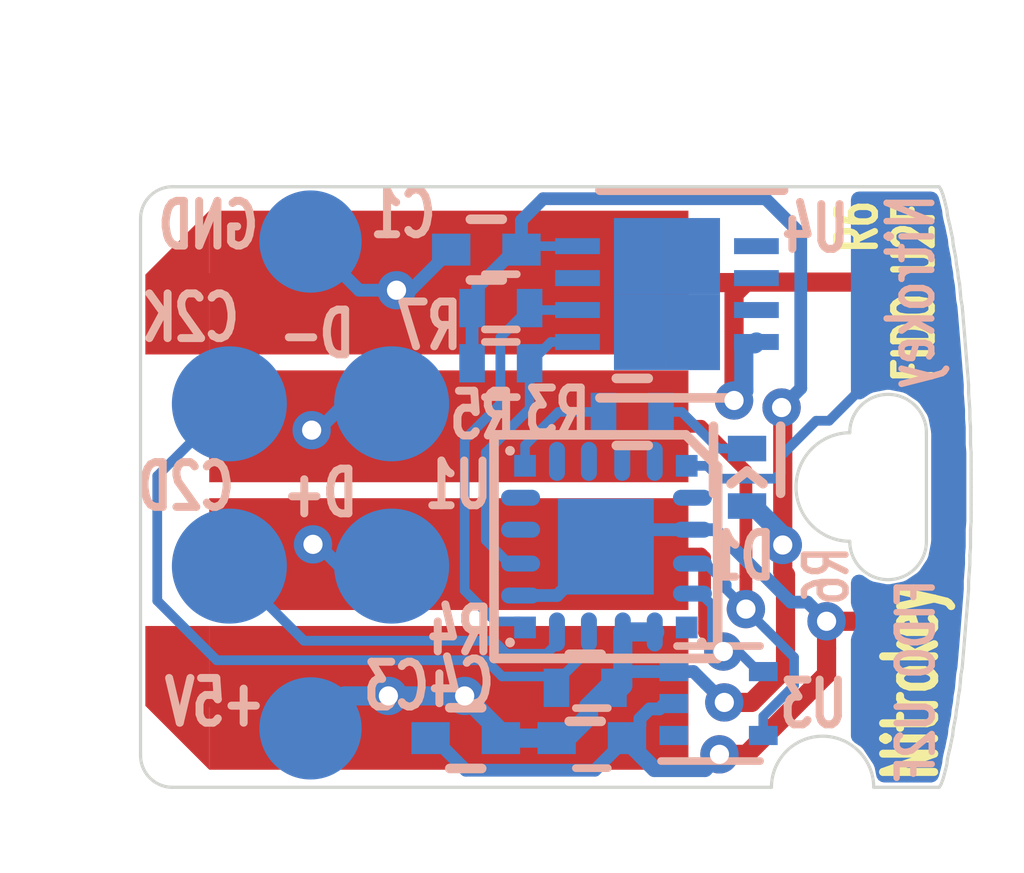
<source format=kicad_pcb>
(kicad_pcb (version 4) (host pcbnew 4.0.7)

  (general
    (links 41)
    (no_connects 0)
    (area 12.711171 14.172599 139.107141 45.2)
    (thickness 0.6)
    (drawings 143)
    (tracks 206)
    (zones 0)
    (modules 14)
    (nets 12)
  )

  (page A4)
  (title_block
    (title "FIDO U2F")
    (date 2018.07.05.)
    (rev R6)
    (company Nitrokey)
  )

  (layers
    (0 F.Cu signal)
    (31 B.Cu signal)
    (32 B.Adhes user)
    (33 F.Adhes user)
    (34 B.Paste user)
    (35 F.Paste user)
    (36 B.SilkS user hide)
    (37 F.SilkS user)
    (38 B.Mask user hide)
    (39 F.Mask user hide)
    (40 Dwgs.User user hide)
    (41 Cmts.User user hide)
    (42 Eco1.User user hide)
    (43 Eco2.User user hide)
    (44 Edge.Cuts user)
    (45 Margin user hide)
    (46 B.CrtYd user hide)
    (47 F.CrtYd user)
    (48 B.Fab user hide)
    (49 F.Fab user)
  )

  (setup
    (last_trace_width 0.1524)
    (user_trace_width 0.15)
    (user_trace_width 0.2)
    (user_trace_width 0.3)
    (user_trace_width 0.5)
    (trace_clearance 0.1524)
    (zone_clearance 0.2)
    (zone_45_only no)
    (trace_min 0.15)
    (segment_width 0.1)
    (edge_width 0.15)
    (via_size 0.6)
    (via_drill 0.3)
    (via_min_size 0.4)
    (via_min_drill 0.3)
    (uvia_size 0.3)
    (uvia_drill 0.1)
    (uvias_allowed no)
    (uvia_min_size 0.2)
    (uvia_min_drill 0.1)
    (pcb_text_width 0.3)
    (pcb_text_size 1.5 1.5)
    (mod_edge_width 0.15)
    (mod_text_size 0.5 0.7)
    (mod_text_width 0.125)
    (pad_size 1 1)
    (pad_drill 0)
    (pad_to_mask_clearance 0.07)
    (solder_mask_min_width 0.07)
    (aux_axis_origin 17.018 26.5176)
    (grid_origin 17.018 26.5176)
    (visible_elements 7FFECF1F)
    (pcbplotparams
      (layerselection 0x010fc_80000001)
      (usegerberextensions true)
      (excludeedgelayer false)
      (linewidth 0.100000)
      (plotframeref false)
      (viasonmask false)
      (mode 1)
      (useauxorigin false)
      (hpglpennumber 1)
      (hpglpenspeed 20)
      (hpglpendiameter 15)
      (hpglpenoverlay 2)
      (psnegative false)
      (psa4output false)
      (plotreference true)
      (plotvalue true)
      (plotinvisibletext false)
      (padsonsilk false)
      (subtractmaskfromsilk false)
      (outputformat 1)
      (mirror false)
      (drillshape 0)
      (scaleselection 1)
      (outputdirectory gerber/))
  )

  (net 0 "")
  (net 1 /+5V)
  (net 2 /GND)
  (net 3 /LED)
  (net 4 /HD-)
  (net 5 /HD+)
  (net 6 /Button)
  (net 7 /C2CK)
  (net 8 /SDA)
  (net 9 /SCL)
  (net 10 /C2D)
  (net 11 "Net-(D1-Pad1)")

  (net_class Default "This is the default net class."
    (clearance 0.1524)
    (trace_width 0.1524)
    (via_dia 0.6)
    (via_drill 0.3)
    (uvia_dia 0.3)
    (uvia_drill 0.1)
    (add_net /+5V)
    (add_net /Button)
    (add_net /C2CK)
    (add_net /C2D)
    (add_net /GND)
    (add_net /HD+)
    (add_net /HD-)
    (add_net /LED)
    (add_net /SCL)
    (add_net /SDA)
    (add_net "Net-(D1-Pad1)")
  )

  (module TouchPad (layer B.Cu) (tedit 5B4CFD1A) (tstamp 5B4A663B)
    (at 28.321 19.6596)
    (path /58B45501)
    (fp_text reference P1 (at 2.6416 0.1016) (layer B.SilkS) hide
      (effects (font (size 0.7 0.5) (thickness 0.125)) (justify mirror))
    )
    (fp_text value TouchPAD (at -1.27 5.08) (layer B.Fab)
      (effects (font (size 1 1) (thickness 0.15)) (justify mirror))
    )
    (pad 1 smd oval (at 0 0) (size 0.3 0.3) (layers B.Cu)
      (net 6 /Button))
  )

  (module LEDs:LED_0402 (layer B.Cu) (tedit 5B4CFA86) (tstamp 5798C1BF)
    (at 26.5176 21.648 270)
    (descr "LED 0402 smd package")
    (tags "LED led 0402 SMD smd SMT smt smdled SMDLED smtled SMTLED")
    (path /58BE480C)
    (attr smd)
    (fp_text reference D1 (at 1.2374 0.0762 360) (layer B.SilkS)
      (effects (font (size 0.7 0.5) (thickness 0.125)) (justify mirror))
    )
    (fp_text value LED_Small (at 0 -1.8 270) (layer B.Fab)
      (effects (font (size 1 1) (thickness 0.15)) (justify mirror))
    )
    (fp_line (start -0.1 0) (end 0.1 -0.25) (layer B.SilkS) (width 0.15))
    (fp_line (start 0.1 0.25) (end -0.1 0) (layer B.SilkS) (width 0.15))
    (fp_line (start -0.95 0.65) (end 0.95 0.65) (layer B.CrtYd) (width 0.05))
    (fp_line (start -0.95 -0.65) (end 0.95 -0.65) (layer B.CrtYd) (width 0.05))
    (fp_line (start -0.95 0.65) (end -0.95 -0.65) (layer B.CrtYd) (width 0.05))
    (fp_line (start 0.95 0.65) (end 0.95 -0.65) (layer B.CrtYd) (width 0.05))
    (fp_line (start 0.25 0.525) (end -0.8 0.525) (layer B.SilkS) (width 0.15))
    (fp_line (start 0.25 -0.525) (end -0.8 -0.525) (layer B.SilkS) (width 0.15))
    (pad 1 smd rect (at -0.45 0 270) (size 0.4 0.6) (layers B.Cu B.Paste B.Mask)
      (net 11 "Net-(D1-Pad1)"))
    (pad 2 smd rect (at 0.45 0 270) (size 0.4 0.6) (layers B.Cu B.Paste B.Mask)
      (net 1 /+5V))
    (model LEDs.3dshapes/LED_0402.wrl
      (at (xyz 0 0 0))
      (scale (xyz 1 1 1))
      (rotate (xyz 0 0 180))
    )
  )

  (module footprints:USB-PCB (layer F.Cu) (tedit 5B4CFC5A) (tstamp 5B4A6636)
    (at 16.85 27.35)
    (path /58B4C866)
    (solder_mask_margin 0.000001)
    (attr virtual)
    (fp_text reference J1 (at 1.25 1.65) (layer Cmts.User)
      (effects (font (size 0.7 0.5) (thickness 0.125)))
    )
    (fp_text value USB_Plug (at 3.575 0.2) (layer F.Fab)
      (effects (font (size 1 1) (thickness 0.15)))
    )
    (fp_text user + (at 9.46 -6.43 90) (layer F.SilkS) hide
      (effects (font (size 1 1) (thickness 0.15)))
    )
    (fp_text user 5V (at -10.1952 1.3774 90) (layer F.SilkS) hide
      (effects (font (size 0.8 0.8) (thickness 0.15)))
    )
    (fp_line (start 0 -11) (end 0 -13) (layer Cmts.User) (width 0.05))
    (fp_line (start 0 -12) (end 0.5 -11.5) (layer Cmts.User) (width 0.05))
    (fp_line (start 0 -12) (end 0.5 -12.5) (layer Cmts.User) (width 0.05))
    (fp_line (start 12 -12) (end 0 -12) (layer Cmts.User) (width 0.05))
    (fp_line (start 11.5 -11.5) (end 12 -12) (layer Cmts.User) (width 0.05))
    (fp_line (start 12 -12) (end 11.5 -11.5) (layer Cmts.User) (width 0.05))
    (fp_line (start 11.5 -12.5) (end 12 -12) (layer Cmts.User) (width 0.05))
    (fp_line (start 12 -12) (end 11.5 -12.5) (layer Cmts.User) (width 0.05))
    (fp_line (start 12 -11) (end 12 -13) (layer Cmts.User) (width 0.05))
    (fp_text user 12.00mm (at 6 -12.5) (layer Cmts.User)
      (effects (font (size 1 1) (thickness 0.05)))
    )
    (fp_line (start 12 -0.8) (end 12 -10.2) (layer Dwgs.User) (width 0.05))
    (fp_line (start 12 -10.2) (end 0 -10.2) (layer Dwgs.User) (width 0.05))
    (fp_line (start 12 -0.8) (end 0 -0.8) (layer Dwgs.User) (width 0.05))
    (fp_line (start 0 -0.8) (end 0 -10.2) (layer Dwgs.User) (width 0.05))
    (fp_line (start 13.5 0) (end 13.5 -11) (layer Cmts.User) (width 0.05))
    (fp_line (start 12 -11) (end 14 -11) (layer Cmts.User) (width 0.05))
    (fp_line (start 13.5 -11) (end 13 -10.5) (layer Cmts.User) (width 0.05))
    (fp_line (start 13.5 -11) (end 14 -10.5) (layer Cmts.User) (width 0.05))
    (fp_line (start 12 0) (end 14 0) (layer Cmts.User) (width 0.05))
    (fp_text user 11.00mm (at 13 -5 90) (layer Cmts.User)
      (effects (font (size 1 1) (thickness 0.05)))
    )
    (fp_line (start 13.5 0) (end 14 -0.5) (layer Cmts.User) (width 0.05))
    (fp_line (start 13 -0.5) (end 13.5 0) (layer Cmts.User) (width 0.05))
    (fp_line (start 13.5 0) (end 13 -0.5) (layer Cmts.User) (width 0.05))
    (fp_line (start 14 -0.5) (end 13.5 0) (layer Cmts.User) (width 0.05))
    (fp_line (start -1 -7.5) (end -0.5 -8) (layer Cmts.User) (width 0.05))
    (fp_line (start -1 -11) (end -1 -7.5) (layer Cmts.User) (width 0.05))
    (fp_line (start -1 -11) (end -0.5 -10.5) (layer Cmts.User) (width 0.05))
    (fp_line (start -1.5 -10.5) (end -1 -11) (layer Cmts.User) (width 0.05))
    (fp_line (start -0.5 -10.5) (end -1 -11) (layer Cmts.User) (width 0.05))
    (fp_line (start -1 -11) (end -1.5 -10.5) (layer Cmts.User) (width 0.05))
    (fp_line (start -1 -7.5) (end -1.5 -8) (layer Cmts.User) (width 0.05))
    (fp_line (start 0 -11) (end -2 -11) (layer Cmts.User) (width 0.05))
    (fp_line (start 0 -7.5) (end -2 -7.5) (layer Cmts.User) (width 0.05))
    (fp_line (start -1 0) (end -0.5 -0.5) (layer Cmts.User) (width 0.05))
    (fp_text user 3.50mm (at -1.5 -2 90) (layer Cmts.User)
      (effects (font (size 0.25 0.14) (thickness 0.035)))
    )
    (fp_line (start -1 -3.5) (end -1 0) (layer Cmts.User) (width 0.05))
    (fp_line (start -1 0) (end -1.5 -0.5) (layer Cmts.User) (width 0.05))
    (fp_line (start -1 -3.5) (end -1.5 -3) (layer Cmts.User) (width 0.05))
    (fp_line (start -1.5 -3) (end -1 -3.5) (layer Cmts.User) (width 0.05))
    (fp_line (start -1 -3.5) (end -0.5 -3) (layer Cmts.User) (width 0.05))
    (fp_line (start -0.5 -3) (end -1 -3.5) (layer Cmts.User) (width 0.05))
    (fp_line (start 0 -3.5) (end -2 -3.5) (layer Cmts.User) (width 0.05))
    (fp_line (start 0 0) (end -2 0) (layer Cmts.User) (width 0.05))
    (fp_line (start -0.5 -5) (end -1 -5.5) (layer Cmts.User) (width 0.05))
    (fp_line (start -1 -5.5) (end -1.5 -5) (layer Cmts.User) (width 0.05))
    (fp_line (start -1.5 -5) (end -1 -5.5) (layer Cmts.User) (width 0.05))
    (fp_line (start -1 -5.5) (end -0.5 -5) (layer Cmts.User) (width 0.05))
    (fp_line (start 0 -5.5) (end -2 -5.5) (layer Cmts.User) (width 0.05))
    (fp_line (start -1 -5.5) (end -1 -3.5) (layer Cmts.User) (width 0.05))
    (fp_line (start -1 -3.5) (end -1.5 -4) (layer Cmts.User) (width 0.05))
    (fp_line (start -1 -3.5) (end -0.5 -4) (layer Cmts.User) (width 0.05))
    (fp_text user 2.00mm (at -1.5 -4.5 90) (layer Cmts.User)
      (effects (font (size 0.25 0.15) (thickness 0.0375)))
    )
    (fp_text user 2.00mm (at -1.5 -6.5 90) (layer Cmts.User)
      (effects (font (size 0.25 0.15) (thickness 0.0375)))
    )
    (fp_line (start -0.5 -7) (end -1 -7.5) (layer Cmts.User) (width 0.05))
    (fp_line (start -1 -7.5) (end -1.5 -7) (layer Cmts.User) (width 0.05))
    (fp_line (start -1 -7.5) (end -0.5 -7) (layer Cmts.User) (width 0.05))
    (fp_line (start -1.5 -7) (end -1 -7.5) (layer Cmts.User) (width 0.05))
    (fp_line (start -1 -7.5) (end -1 -5.5) (layer Cmts.User) (width 0.05))
    (fp_line (start -1 -5.5) (end -1.5 -6) (layer Cmts.User) (width 0.05))
    (fp_line (start -1 -5.5) (end -0.5 -6) (layer Cmts.User) (width 0.05))
    (fp_text user 3.50mm (at -1.5 -9.5 90) (layer Cmts.User)
      (effects (font (size 0.25 0.14) (thickness 0.035)))
    )
    (fp_text user - (at 9.44 -4.54 90) (layer F.SilkS) hide
      (effects (font (size 1 1) (thickness 0.15)))
    )
    (fp_text user GND (at -9.5348 3.4094 90) (layer F.SilkS) hide
      (effects (font (size 0.8 0.8) (thickness 0.15)))
    )
    (pad 1 connect rect (at 5 -2.25) (size 7.5 2.25) (layers F.Cu F.Mask)
      (net 1 /+5V) (zone_connect 2))
    (pad 4 connect rect (at 5 -8.75) (size 7.5 2.25) (layers F.Cu F.Mask)
      (net 2 /GND) (zone_connect 2))
    (pad 2 connect rect (at 5 -4.5) (size 7.5 1.75) (layers F.Cu F.Mask)
      (net 4 /HD-) (zone_connect 2))
    (pad 3 connect rect (at 5 -6.5) (size 7.5 1.75) (layers F.Cu F.Mask)
      (net 5 /HD+) (zone_connect 2))
    (pad 1 connect trapezoid (at 0.75 -2.25 180) (size 1 1.25) (rect_delta 1 0 ) (layers F.Cu F.Mask)
      (net 1 /+5V) (zone_connect 2))
    (pad 4 connect trapezoid (at 0.75 -8.75 180) (size 1 1.25) (rect_delta 1 0 ) (layers F.Cu F.Mask)
      (net 2 /GND) (zone_connect 2))
    (pad 1 connect rect (at 0.75 -2.875 180) (size 1 1) (layers F.Cu F.Mask)
      (net 1 /+5V))
    (pad 4 connect rect (at 0.75 -8.125 180) (size 1 1) (layers F.Cu F.Mask)
      (net 2 /GND))
  )

  (module Capacitors_SMD:C_0402 (layer B.Cu) (tedit 579C77D3) (tstamp 5798C199)
    (at 22.437 18.0848 180)
    (descr "Capacitor SMD 0402, reflow soldering, AVX (see smccp.pdf)")
    (tags "capacitor 0402")
    (path /58B4E061)
    (attr smd)
    (fp_text reference C1 (at 1.3042 0.5588 360) (layer B.SilkS)
      (effects (font (size 0.7 0.5) (thickness 0.125)) (justify mirror))
    )
    (fp_text value 0.1uF (at 0 -1.7 180) (layer B.Fab)
      (effects (font (size 1 1) (thickness 0.15)) (justify mirror))
    )
    (fp_line (start -1.15 0.6) (end 1.15 0.6) (layer B.CrtYd) (width 0.05))
    (fp_line (start -1.15 -0.6) (end 1.15 -0.6) (layer B.CrtYd) (width 0.05))
    (fp_line (start -1.15 0.6) (end -1.15 -0.6) (layer B.CrtYd) (width 0.05))
    (fp_line (start 1.15 0.6) (end 1.15 -0.6) (layer B.CrtYd) (width 0.05))
    (fp_line (start 0.25 0.475) (end -0.25 0.475) (layer B.SilkS) (width 0.15))
    (fp_line (start -0.25 -0.475) (end 0.25 -0.475) (layer B.SilkS) (width 0.15))
    (pad 1 smd rect (at -0.55 0 180) (size 0.6 0.5) (layers B.Cu B.Paste B.Mask)
      (net 1 /+5V))
    (pad 2 smd rect (at 0.55 0 180) (size 0.6 0.5) (layers B.Cu B.Paste B.Mask)
      (net 2 /GND))
    (model Capacitors_SMD.3dshapes/C_0402.wrl
      (at (xyz 0 0 0))
      (scale (xyz 1 1 1))
      (rotate (xyz 0 0 0))
    )
  )

  (module Capacitors_SMD:C_0402 (layer B.Cu) (tedit 579C77A9) (tstamp 5798C1B1)
    (at 22.1146 25.7302 180)
    (descr "Capacitor SMD 0402, reflow soldering, AVX (see smccp.pdf)")
    (tags "capacitor 0402")
    (path /58BE8F14)
    (attr smd)
    (fp_text reference C3 (at 1.0834 0.8128 360) (layer B.SilkS)
      (effects (font (size 0.7 0.5) (thickness 0.125)) (justify mirror))
    )
    (fp_text value 4.7uF (at 0 -1.7 180) (layer B.Fab)
      (effects (font (size 1 1) (thickness 0.15)) (justify mirror))
    )
    (fp_line (start -1.15 0.6) (end 1.15 0.6) (layer B.CrtYd) (width 0.05))
    (fp_line (start -1.15 -0.6) (end 1.15 -0.6) (layer B.CrtYd) (width 0.05))
    (fp_line (start -1.15 0.6) (end -1.15 -0.6) (layer B.CrtYd) (width 0.05))
    (fp_line (start 1.15 0.6) (end 1.15 -0.6) (layer B.CrtYd) (width 0.05))
    (fp_line (start 0.25 0.475) (end -0.25 0.475) (layer B.SilkS) (width 0.15))
    (fp_line (start -0.25 -0.475) (end 0.25 -0.475) (layer B.SilkS) (width 0.15))
    (pad 1 smd rect (at -0.55 0 180) (size 0.6 0.5) (layers B.Cu B.Paste B.Mask)
      (net 1 /+5V))
    (pad 2 smd rect (at 0.55 0 180) (size 0.6 0.5) (layers B.Cu B.Paste B.Mask)
      (net 2 /GND))
    (model Capacitors_SMD.3dshapes/C_0402.wrl
      (at (xyz 0 0 0))
      (scale (xyz 1 1 1))
      (rotate (xyz 0 0 0))
    )
  )

  (module Resistors_SMD:R_0402 (layer B.Cu) (tedit 579C76C1) (tstamp 5798C273)
    (at 24.7214 20.6248)
    (descr "Resistor SMD 0402, reflow soldering, Vishay (see dcrcw.pdf)")
    (tags "resistor 0402")
    (path /56857B9B)
    (attr smd)
    (fp_text reference R3 (at -1.1756 0 180) (layer B.SilkS)
      (effects (font (size 0.7 0.5) (thickness 0.125)) (justify mirror))
    )
    (fp_text value 100 (at 0 -1.8) (layer B.Fab)
      (effects (font (size 1 1) (thickness 0.15)) (justify mirror))
    )
    (fp_line (start -0.95 0.65) (end 0.95 0.65) (layer B.CrtYd) (width 0.05))
    (fp_line (start -0.95 -0.65) (end 0.95 -0.65) (layer B.CrtYd) (width 0.05))
    (fp_line (start -0.95 0.65) (end -0.95 -0.65) (layer B.CrtYd) (width 0.05))
    (fp_line (start 0.95 0.65) (end 0.95 -0.65) (layer B.CrtYd) (width 0.05))
    (fp_line (start 0.25 0.525) (end -0.25 0.525) (layer B.SilkS) (width 0.15))
    (fp_line (start -0.25 -0.525) (end 0.25 -0.525) (layer B.SilkS) (width 0.15))
    (pad 1 smd rect (at -0.45 0) (size 0.4 0.6) (layers B.Cu B.Paste B.Mask)
      (net 3 /LED))
    (pad 2 smd rect (at 0.45 0) (size 0.4 0.6) (layers B.Cu B.Paste B.Mask)
      (net 11 "Net-(D1-Pad1)"))
    (model Resistors_SMD.3dshapes/R_0402.wrl
      (at (xyz 0 0 0))
      (scale (xyz 1 1 1))
      (rotate (xyz 0 0 0))
    )
  )

  (module Resistors_SMD:R_0402 (layer B.Cu) (tedit 579C7699) (tstamp 5798C27F)
    (at 23.9848 24.9428 180)
    (descr "Resistor SMD 0402, reflow soldering, Vishay (see dcrcw.pdf)")
    (tags "resistor 0402")
    (path /5A77979E)
    (attr smd)
    (fp_text reference R4 (at 1.963 0.889 360) (layer B.SilkS)
      (effects (font (size 0.7 0.5) (thickness 0.125)) (justify mirror))
    )
    (fp_text value 4K7 (at 0 -1.8 180) (layer B.Fab)
      (effects (font (size 1 1) (thickness 0.15)) (justify mirror))
    )
    (fp_line (start -0.95 0.65) (end 0.95 0.65) (layer B.CrtYd) (width 0.05))
    (fp_line (start -0.95 -0.65) (end 0.95 -0.65) (layer B.CrtYd) (width 0.05))
    (fp_line (start -0.95 0.65) (end -0.95 -0.65) (layer B.CrtYd) (width 0.05))
    (fp_line (start 0.95 0.65) (end 0.95 -0.65) (layer B.CrtYd) (width 0.05))
    (fp_line (start 0.25 0.525) (end -0.25 0.525) (layer B.SilkS) (width 0.15))
    (fp_line (start -0.25 -0.525) (end 0.25 -0.525) (layer B.SilkS) (width 0.15))
    (pad 1 smd rect (at -0.45 0 180) (size 0.4 0.6) (layers B.Cu B.Paste B.Mask)
      (net 1 /+5V))
    (pad 2 smd rect (at 0.45 0 180) (size 0.4 0.6) (layers B.Cu B.Paste B.Mask)
      (net 7 /C2CK))
    (model Resistors_SMD.3dshapes/R_0402.wrl
      (at (xyz 0 0 0))
      (scale (xyz 1 1 1))
      (rotate (xyz 0 0 0))
    )
  )

  (module Resistors_SMD:R_0402 (layer B.Cu) (tedit 58E0A804) (tstamp 5B4A664C)
    (at 22.664 19.8628)
    (descr "Resistor SMD 0402, reflow soldering, Vishay (see dcrcw.pdf)")
    (tags "resistor 0402")
    (path /5A77A495)
    (attr smd)
    (fp_text reference R5 (at -0.2866 0.8128) (layer B.SilkS)
      (effects (font (size 0.7 0.5) (thickness 0.125)) (justify mirror))
    )
    (fp_text value 4K7 (at 0 -1.45) (layer B.Fab)
      (effects (font (size 1 1) (thickness 0.15)) (justify mirror))
    )
    (fp_text user %R (at 0 1.35) (layer B.Fab)
      (effects (font (size 1 1) (thickness 0.15)) (justify mirror))
    )
    (fp_line (start -0.5 -0.25) (end -0.5 0.25) (layer B.Fab) (width 0.1))
    (fp_line (start 0.5 -0.25) (end -0.5 -0.25) (layer B.Fab) (width 0.1))
    (fp_line (start 0.5 0.25) (end 0.5 -0.25) (layer B.Fab) (width 0.1))
    (fp_line (start -0.5 0.25) (end 0.5 0.25) (layer B.Fab) (width 0.1))
    (fp_line (start 0.25 0.53) (end -0.25 0.53) (layer B.SilkS) (width 0.12))
    (fp_line (start -0.25 -0.53) (end 0.25 -0.53) (layer B.SilkS) (width 0.12))
    (fp_line (start -0.8 0.45) (end 0.8 0.45) (layer B.CrtYd) (width 0.05))
    (fp_line (start -0.8 0.45) (end -0.8 -0.45) (layer B.CrtYd) (width 0.05))
    (fp_line (start 0.8 -0.45) (end 0.8 0.45) (layer B.CrtYd) (width 0.05))
    (fp_line (start 0.8 -0.45) (end -0.8 -0.45) (layer B.CrtYd) (width 0.05))
    (pad 1 smd rect (at -0.45 0) (size 0.4 0.6) (layers B.Cu B.Paste B.Mask)
      (net 1 /+5V))
    (pad 2 smd rect (at 0.45 0) (size 0.4 0.6) (layers B.Cu B.Paste B.Mask)
      (net 8 /SDA))
    (model ${KISYS3DMOD}/Resistors_SMD.3dshapes/R_0402.wrl
      (at (xyz 0 0 0))
      (scale (xyz 1 1 1))
      (rotate (xyz 0 0 0))
    )
  )

  (module Resistors_SMD:R_0402 (layer B.Cu) (tedit 58E0A804) (tstamp 5B4A665D)
    (at 22.664 18.9992)
    (descr "Resistor SMD 0402, reflow soldering, Vishay (see dcrcw.pdf)")
    (tags "resistor 0402")
    (path /5A77A548)
    (attr smd)
    (fp_text reference R7 (at -1.1248 0.2794 180) (layer B.SilkS)
      (effects (font (size 0.7 0.5) (thickness 0.125)) (justify mirror))
    )
    (fp_text value 4K7 (at 0 -1.45) (layer B.Fab)
      (effects (font (size 1 1) (thickness 0.15)) (justify mirror))
    )
    (fp_text user %R (at 0 1.35) (layer B.Fab)
      (effects (font (size 1 1) (thickness 0.15)) (justify mirror))
    )
    (fp_line (start -0.5 -0.25) (end -0.5 0.25) (layer B.Fab) (width 0.1))
    (fp_line (start 0.5 -0.25) (end -0.5 -0.25) (layer B.Fab) (width 0.1))
    (fp_line (start 0.5 0.25) (end 0.5 -0.25) (layer B.Fab) (width 0.1))
    (fp_line (start -0.5 0.25) (end 0.5 0.25) (layer B.Fab) (width 0.1))
    (fp_line (start 0.25 0.53) (end -0.25 0.53) (layer B.SilkS) (width 0.12))
    (fp_line (start -0.25 -0.53) (end 0.25 -0.53) (layer B.SilkS) (width 0.12))
    (fp_line (start -0.8 0.45) (end 0.8 0.45) (layer B.CrtYd) (width 0.05))
    (fp_line (start -0.8 0.45) (end -0.8 -0.45) (layer B.CrtYd) (width 0.05))
    (fp_line (start 0.8 -0.45) (end 0.8 0.45) (layer B.CrtYd) (width 0.05))
    (fp_line (start 0.8 -0.45) (end -0.8 -0.45) (layer B.CrtYd) (width 0.05))
    (pad 1 smd rect (at -0.45 0) (size 0.4 0.6) (layers B.Cu B.Paste B.Mask)
      (net 1 /+5V))
    (pad 2 smd rect (at 0.45 0) (size 0.4 0.6) (layers B.Cu B.Paste B.Mask)
      (net 9 /SCL))
    (model ${KISYS3DMOD}/Resistors_SMD.3dshapes/R_0402.wrl
      (at (xyz 0 0 0))
      (scale (xyz 1 1 1))
      (rotate (xyz 0 0 0))
    )
  )

  (module footprints:QFN-20-0.5mm-user (layer B.Cu) (tedit 58B4CE66) (tstamp 5B4A667C)
    (at 24.3078 22.733 180)
    (path /58B4B07B)
    (fp_text reference U1 (at 2.3114 0.9652 180) (layer B.SilkS)
      (effects (font (size 0.7 0.5) (thickness 0.125)) (justify mirror))
    )
    (fp_text value EFM8UB30F40G-A (at 0 -3.005 180) (layer B.Fab)
      (effects (font (size 1.2 1.2) (thickness 0.15)) (justify mirror))
    )
    (fp_line (start 1.75 1.75) (end -1.25 1.75) (layer B.SilkS) (width 0.15))
    (fp_line (start -1.25 1.75) (end -1.75 1.25) (layer B.SilkS) (width 0.15))
    (fp_line (start -1.75 1.25) (end -1.75 -1.75) (layer B.SilkS) (width 0.15))
    (fp_line (start -1.75 -1.75) (end 1.75 -1.75) (layer B.SilkS) (width 0.15))
    (fp_line (start 1.75 -1.75) (end 1.75 1.75) (layer B.SilkS) (width 0.15))
    (fp_line (start -1.5 1.5) (end -1.5 1.5) (layer B.SilkS) (width 0.15))
    (fp_line (start 1.5 1.5) (end 1.5 1.5) (layer B.SilkS) (width 0.15))
    (fp_line (start 1.5 1.5) (end 1.5 1.5) (layer B.SilkS) (width 0.15))
    (fp_line (start -1.5 -1.5) (end -1.5 -1.5) (layer B.SilkS) (width 0.15))
    (fp_line (start -1.5 -1.5) (end -1.5 -1.5) (layer B.SilkS) (width 0.15))
    (fp_line (start 1.5 -1.5) (end 1.5 -1.5) (layer B.SilkS) (width 0.15))
    (fp_line (start 1.5 -1.5) (end 1.5 -1.5) (layer B.SilkS) (width 0.15))
    (pad 1 smd rect (at -1.265 1.265 90) (size 0.34 0.34) (layers B.Cu B.Paste B.Mask)
      (net 6 /Button))
    (pad 2 smd oval (at -1.355 0.765 90) (size 0.25 0.61) (layers B.Cu B.Paste B.Mask))
    (pad 3 smd oval (at -1.355 0.265 90) (size 0.25 0.61) (layers B.Cu B.Paste B.Mask)
      (net 2 /GND))
    (pad 4 smd oval (at -1.355 -0.265 90) (size 0.25 0.61) (layers B.Cu B.Paste B.Mask)
      (net 5 /HD+))
    (pad 5 smd oval (at -1.355 -0.735 90) (size 0.25 0.61) (layers B.Cu B.Paste B.Mask)
      (net 4 /HD-))
    (pad 6 smd rect (at -1.265 -1.265 180) (size 0.34 0.34) (layers B.Cu B.Paste B.Mask))
    (pad 7 smd oval (at -0.765 -1.335 180) (size 0.25 0.61) (layers B.Cu B.Paste B.Mask)
      (net 1 /+5V))
    (pad 8 smd oval (at -0.265 -1.335 180) (size 0.25 0.61) (layers B.Cu B.Paste B.Mask)
      (net 1 /+5V))
    (pad 9 smd oval (at 0.265 -1.335 180) (size 0.25 0.61) (layers B.Cu B.Paste B.Mask)
      (net 7 /C2CK))
    (pad 10 smd oval (at 0.765 -1.335 180) (size 0.25 0.61) (layers B.Cu B.Paste B.Mask)
      (net 10 /C2D))
    (pad 11 smd rect (at 1.265 -1.265 90) (size 0.34 0.34) (layers B.Cu B.Paste B.Mask)
      (net 9 /SCL))
    (pad 12 smd oval (at 1.335 -0.765 90) (size 0.25 0.61) (layers B.Cu B.Paste B.Mask)
      (net 2 /GND))
    (pad 13 smd oval (at 1.335 -0.265 90) (size 0.25 0.61) (layers B.Cu B.Paste B.Mask)
      (net 8 /SDA))
    (pad 14 smd oval (at 1.335 0.265 90) (size 0.25 0.61) (layers B.Cu B.Paste B.Mask))
    (pad 15 smd oval (at 1.335 0.765 90) (size 0.25 0.61) (layers B.Cu B.Paste B.Mask))
    (pad 16 smd rect (at 1.265 1.265 180) (size 0.34 0.34) (layers B.Cu B.Paste B.Mask)
      (net 3 /LED))
    (pad 17 smd oval (at 0.765 1.335 180) (size 0.25 0.61) (layers B.Cu B.Paste B.Mask))
    (pad 18 smd oval (at 0.265 1.335 180) (size 0.25 0.61) (layers B.Cu B.Paste B.Mask))
    (pad 19 smd oval (at -0.256 1.335 180) (size 0.25 0.61) (layers B.Cu B.Paste B.Mask))
    (pad 20 smd oval (at -0.765 1.335 180) (size 0.25 0.61) (layers B.Cu B.Paste B.Mask))
    (pad 21 smd rect (at 0 0 180) (size 1.5 1.5) (layers B.Cu B.Paste B.Mask)
      (net 2 /GND))
  )

  (module TO_SOT_Packages_SMD:SOT-553 (layer B.Cu) (tedit 59102DEB) (tstamp 5B4A66B4)
    (at 26.0716 25.1888)
    (descr SOT553)
    (tags SOT-553)
    (path /56857EAF)
    (attr smd)
    (fp_text reference U3 (at 1.4874 0.008) (layer B.SilkS)
      (effects (font (size 0.7 0.5) (thickness 0.125)) (justify mirror))
    )
    (fp_text value DF5A5.6JE (at 0 -1.75) (layer B.Fab)
      (effects (font (size 1 1) (thickness 0.15)) (justify mirror))
    )
    (fp_text user %R (at 0 0 270) (layer B.Fab)
      (effects (font (size 0.4 0.4) (thickness 0.0625)) (justify mirror))
    )
    (fp_line (start -0.65 0.5) (end -0.3 0.85) (layer B.Fab) (width 0.1))
    (fp_line (start 0.65 -0.9) (end -0.65 -0.9) (layer B.SilkS) (width 0.12))
    (fp_line (start -0.9 0.9) (end 0.65 0.9) (layer B.SilkS) (width 0.12))
    (fp_line (start -0.65 0.5) (end -0.65 -0.85) (layer B.Fab) (width 0.1))
    (fp_line (start -0.65 -0.85) (end 0.65 -0.85) (layer B.Fab) (width 0.1))
    (fp_line (start 0.65 -0.85) (end 0.65 0.85) (layer B.Fab) (width 0.1))
    (fp_line (start 0.65 0.85) (end -0.3 0.85) (layer B.Fab) (width 0.1))
    (fp_line (start -1.18 1.1) (end 1.18 1.1) (layer B.CrtYd) (width 0.05))
    (fp_line (start -1.18 1.1) (end -1.18 -1.1) (layer B.CrtYd) (width 0.05))
    (fp_line (start 1.18 -1.1) (end 1.18 1.1) (layer B.CrtYd) (width 0.05))
    (fp_line (start 1.18 -1.1) (end -1.18 -1.1) (layer B.CrtYd) (width 0.05))
    (pad 1 smd rect (at -0.7 0.5) (size 0.45 0.3) (layers B.Cu B.Paste B.Mask))
    (pad 3 smd rect (at -0.7 -0.5) (size 0.45 0.3) (layers B.Cu B.Paste B.Mask)
      (net 1 /+5V))
    (pad 5 smd rect (at 0.7 0.5) (size 0.45 0.3) (layers B.Cu B.Paste B.Mask)
      (net 5 /HD+))
    (pad 2 smd rect (at -0.7 0) (size 0.45 0.3) (layers B.Cu B.Paste B.Mask)
      (net 2 /GND))
    (pad 4 smd rect (at 0.7 -0.5) (size 0.45 0.3) (layers B.Cu B.Paste B.Mask)
      (net 4 /HD-))
    (model ${KISYS3DMOD}/TO_SOT_Packages_SMD.3dshapes/SOT-553.wrl
      (at (xyz 0 0 0))
      (scale (xyz 1 1 1))
      (rotate (xyz 0 0 0))
    )
  )

  (module Housings_DFN_QFN:DFN-8-1EP_3x3mm_Pitch0.5mm (layer B.Cu) (tedit 54130A77) (tstamp 5B4A66CF)
    (at 25.2644 18.78 180)
    (descr "DD Package; 8-Lead Plastic DFN (3mm x 3mm) (see Linear Technology DFN_8_05-08-1698.pdf)")
    (tags "DFN 0.5")
    (path /56857313)
    (attr smd)
    (fp_text reference U4 (at -2.32 1.0254 180) (layer B.SilkS)
      (effects (font (size 0.7 0.5) (thickness 0.125)) (justify mirror))
    )
    (fp_text value ATECC508A (at 0 -2.55 180) (layer B.Fab)
      (effects (font (size 1 1) (thickness 0.15)) (justify mirror))
    )
    (fp_line (start -0.5 1.5) (end 1.5 1.5) (layer B.Fab) (width 0.15))
    (fp_line (start 1.5 1.5) (end 1.5 -1.5) (layer B.Fab) (width 0.15))
    (fp_line (start 1.5 -1.5) (end -1.5 -1.5) (layer B.Fab) (width 0.15))
    (fp_line (start -1.5 -1.5) (end -1.5 0.5) (layer B.Fab) (width 0.15))
    (fp_line (start -1.5 0.5) (end -0.5 1.5) (layer B.Fab) (width 0.15))
    (fp_line (start -2 1.8) (end -2 -1.8) (layer B.CrtYd) (width 0.05))
    (fp_line (start 2 1.8) (end 2 -1.8) (layer B.CrtYd) (width 0.05))
    (fp_line (start -2 1.8) (end 2 1.8) (layer B.CrtYd) (width 0.05))
    (fp_line (start -2 -1.8) (end 2 -1.8) (layer B.CrtYd) (width 0.05))
    (fp_line (start -1.05 -1.625) (end 1.05 -1.625) (layer B.SilkS) (width 0.15))
    (fp_line (start -1.825 1.625) (end 1.05 1.625) (layer B.SilkS) (width 0.15))
    (pad 1 smd rect (at -1.4 0.75 180) (size 0.7 0.25) (layers B.Cu B.Paste B.Mask))
    (pad 2 smd rect (at -1.4 0.25 180) (size 0.7 0.25) (layers B.Cu B.Paste B.Mask))
    (pad 3 smd rect (at -1.4 -0.25 180) (size 0.7 0.25) (layers B.Cu B.Paste B.Mask))
    (pad 4 smd rect (at -1.4 -0.75 180) (size 0.7 0.25) (layers B.Cu B.Paste B.Mask)
      (net 2 /GND))
    (pad 5 smd rect (at 1.4 -0.75 180) (size 0.7 0.25) (layers B.Cu B.Paste B.Mask)
      (net 8 /SDA))
    (pad 6 smd rect (at 1.4 -0.25 180) (size 0.7 0.25) (layers B.Cu B.Paste B.Mask)
      (net 9 /SCL))
    (pad 7 smd rect (at 1.4 0.25 180) (size 0.7 0.25) (layers B.Cu B.Paste B.Mask))
    (pad 8 smd rect (at 1.4 0.75 180) (size 0.7 0.25) (layers B.Cu B.Paste B.Mask)
      (net 1 /+5V))
    (pad 9 smd rect (at 0.415 -0.595 180) (size 0.83 1.19) (layers B.Cu B.Paste B.Mask)
      (solder_paste_margin_ratio -0.2))
    (pad 9 smd rect (at 0.415 0.595 180) (size 0.83 1.19) (layers B.Cu B.Paste B.Mask)
      (solder_paste_margin_ratio -0.2))
    (pad 9 smd rect (at -0.415 -0.595 180) (size 0.83 1.19) (layers B.Cu B.Paste B.Mask)
      (solder_paste_margin_ratio -0.2))
    (pad 9 smd rect (at -0.415 0.595 180) (size 0.83 1.19) (layers B.Cu B.Paste B.Mask)
      (solder_paste_margin_ratio -0.2))
    (model ${KISYS3DMOD}/Housings_DFN_QFN.3dshapes/DFN-8-1EP_3x3mm_Pitch0.5mm.wrl
      (at (xyz 0 0 0))
      (scale (xyz 1 1 1))
      (rotate (xyz 0 0 0))
    )
  )

  (module footprints:prog_conn_nk (layer B.Cu) (tedit 5B4CFC40) (tstamp 5B4A8452)
    (at 19.685 21.7678 180)
    (path /5B4A8053)
    (fp_text reference J2 (at 3.5052 -0.2794 180) (layer B.SilkS) hide
      (effects (font (size 0.7 0.5) (thickness 0.125)) (justify mirror))
    )
    (fp_text value prog_conn_nk (at 1.75 -1.25 180) (layer B.Fab)
      (effects (font (size 1 1) (thickness 0.15)) (justify mirror))
    )
    (pad 5 smd circle (at 1.27 -1.27 180) (size 1.8 1.8) (layers B.Cu B.Mask)
      (net 10 /C2D))
    (pad 4 smd circle (at 1.27 1.27 180) (size 1.8 1.8) (layers B.Cu B.Mask)
      (net 7 /C2CK))
    (pad 2 smd circle (at -1.27 1.27 180) (size 1.8 1.8) (layers B.Cu B.Mask)
      (net 5 /HD+))
    (pad 3 smd circle (at -1.27 -1.27 180) (size 1.8 1.8) (layers B.Cu B.Mask)
      (net 4 /HD-))
    (pad 6 smd circle (at 0 3.81 180) (size 1.6 1.6) (layers B.Cu B.Mask)
      (net 2 /GND))
    (pad 1 smd circle (at 0 -3.81 180) (size 1.6 1.6) (layers B.Cu B.Mask)
      (net 1 /+5V))
  )

  (module Capacitors_SMD:C_0402 (layer B.Cu) (tedit 58AA841A) (tstamp 5B4B3666)
    (at 24.088 25.7302)
    (descr "Capacitor SMD 0402, reflow soldering, AVX (see smccp.pdf)")
    (tags "capacitor 0402")
    (path /58BE8B33)
    (attr smd)
    (fp_text reference C4 (at -2.0408 -0.8636) (layer B.SilkS)
      (effects (font (size 0.7 0.5) (thickness 0.125)) (justify mirror))
    )
    (fp_text value 0.1uF (at 0 -1.27) (layer B.Fab)
      (effects (font (size 1 1) (thickness 0.15)) (justify mirror))
    )
    (fp_text user %R (at 0 1.27) (layer B.Fab)
      (effects (font (size 1 1) (thickness 0.15)) (justify mirror))
    )
    (fp_line (start -0.5 -0.25) (end -0.5 0.25) (layer B.Fab) (width 0.1))
    (fp_line (start 0.5 -0.25) (end -0.5 -0.25) (layer B.Fab) (width 0.1))
    (fp_line (start 0.5 0.25) (end 0.5 -0.25) (layer B.Fab) (width 0.1))
    (fp_line (start -0.5 0.25) (end 0.5 0.25) (layer B.Fab) (width 0.1))
    (fp_line (start 0.25 0.47) (end -0.25 0.47) (layer B.SilkS) (width 0.12))
    (fp_line (start -0.25 -0.47) (end 0.25 -0.47) (layer B.SilkS) (width 0.12))
    (fp_line (start -1 0.4) (end 1 0.4) (layer B.CrtYd) (width 0.05))
    (fp_line (start -1 0.4) (end -1 -0.4) (layer B.CrtYd) (width 0.05))
    (fp_line (start 1 -0.4) (end 1 0.4) (layer B.CrtYd) (width 0.05))
    (fp_line (start 1 -0.4) (end -1 -0.4) (layer B.CrtYd) (width 0.05))
    (pad 1 smd rect (at -0.55 0) (size 0.6 0.5) (layers B.Cu B.Paste B.Mask)
      (net 1 /+5V))
    (pad 2 smd rect (at 0.55 0) (size 0.6 0.5) (layers B.Cu B.Paste B.Mask)
      (net 2 /GND))
    (model Capacitors_SMD.3dshapes/C_0402.wrl
      (at (xyz 0 0 0))
      (scale (xyz 1 1 1))
      (rotate (xyz 0 0 0))
    )
  )

  (gr_text R6 (at 28.2448 17.7292 90) (layer F.SilkS) (tstamp 5B4E35F7)
    (effects (font (size 0.6 0.4) (thickness 0.1)))
  )
  (gr_text "FIDO U2F" (at 29.1338 18.7452 90) (layer F.SilkS) (tstamp 5B4E35D7)
    (effects (font (size 0.6 0.4) (thickness 0.1)))
  )
  (gr_text Nitrokey (at 29.083 24.8666 90) (layer F.SilkS)
    (effects (font (size 0.8 0.5) (thickness 0.125)))
  )
  (gr_text R6 (at 27.7622 23.1902 90) (layer B.SilkS) (tstamp 5B4CFEDD)
    (effects (font (size 0.65 0.45) (thickness 0.1)) (justify mirror))
  )
  (gr_text "FIDO U2F" (at 29.1592 24.8412 90) (layer B.SilkS) (tstamp 5B4CFED0)
    (effects (font (size 0.55 0.45) (thickness 0.1)) (justify mirror))
  )
  (gr_text Nitrokey (at 29.083 18.7452 90) (layer B.SilkS)
    (effects (font (size 0.7 0.5) (thickness 0.1)) (justify mirror))
  )
  (gr_text +5V (at 18.1864 25.1714) (layer B.SilkS) (tstamp 5B4CFD9B)
    (effects (font (size 0.7 0.5) (thickness 0.125)) (justify mirror))
  )
  (gr_text C2D (at 17.7292 21.7932) (layer B.SilkS) (tstamp 5B4CFD9A)
    (effects (font (size 0.7 0.5) (thickness 0.125)) (justify mirror))
  )
  (gr_text D+ (at 19.8374 21.8948) (layer B.SilkS) (tstamp 5B4CFD99)
    (effects (font (size 0.7 0.5) (thickness 0.125)) (justify mirror))
  )
  (gr_text D- (at 19.7866 19.4056) (layer B.SilkS) (tstamp 5B4CFD98)
    (effects (font (size 0.7 0.5) (thickness 0.125)) (justify mirror))
  )
  (gr_text C2K (at 17.8054 19.1516) (layer B.SilkS) (tstamp 5B4CFD97)
    (effects (font (size 0.7 0.5) (thickness 0.125)) (justify mirror))
  )
  (gr_text GND (at 18.0848 17.7038) (layer B.SilkS)
    (effects (font (size 0.7 0.5) (thickness 0.125)) (justify mirror))
  )
  (gr_arc (start 28.725 22.65) (end 28.125 22.65) (angle -180) (layer Edge.Cuts) (width 0.05) (tstamp 5A77BB40))
  (gr_arc (start 28.725 20.95) (end 28.125 20.95) (angle 180) (layer Edge.Cuts) (width 0.05))
  (gr_arc (start 28.125 21.8) (end 28.125 22.65) (angle 180) (layer Edge.Cuts) (width 0.05))
  (gr_arc (start 27.7 26.5) (end 26.9 26.5) (angle 180) (layer Edge.Cuts) (width 0.05))
  (gr_line (start 28.5 26.5) (end 29.525 26.5) (layer Edge.Cuts) (width 0.05))
  (gr_line (start 29.325 20.95) (end 29.325 22.65) (layer Edge.Cuts) (width 0.05))
  (gr_line (start 22.39 22.015) (end 22.07 22.015) (layer Dwgs.User) (width 0.1016) (tstamp 579C9EFC))
  (gr_line (start 22.39 22.125) (end 22.07 22.125) (layer Dwgs.User) (width 0.1016) (tstamp 579C9EFB))
  (gr_line (start 22.39 22.235) (end 22.07 22.235) (layer Dwgs.User) (width 0.1016) (tstamp 579C9EFA))
  (gr_line (start 21.95 21.995) (end 21.63 21.995) (layer Dwgs.User) (width 0.127) (tstamp 579C9E93))
  (gr_line (start 21.95 22.125) (end 21.63 22.125) (layer Dwgs.User) (width 0.127) (tstamp 579C9E92))
  (gr_line (start 21.95 22.255) (end 21.63 22.255) (layer Dwgs.User) (width 0.127) (tstamp 579C9E91))
  (gr_line (start 22.2 21.475) (end 22.44 21.475) (layer Dwgs.User) (width 0.127) (tstamp 579C9E37))
  (gr_line (start 22.07 21.475) (end 21.75 21.475) (layer Dwgs.User) (width 0.1016) (tstamp 579C9DF4))
  (gr_line (start 22.75 20.385) (end 22.75 20.065) (layer Dwgs.User) (width 0.1016) (tstamp 579C9D3A))
  (gr_line (start 22.64 20.695) (end 22.64 20.375) (layer Dwgs.User) (width 0.127) (tstamp 579C9D34))
  (gr_line (start 22.86 20.695) (end 22.86 20.375) (layer Dwgs.User) (width 0.127) (tstamp 579C9D2C))
  (gr_line (start 22.87 21.225) (end 22.87 20.905) (layer Dwgs.User) (width 0.1016) (tstamp 579C9B17))
  (gr_line (start 22.75 21.215) (end 22.75 20.895) (layer Dwgs.User) (width 0.127) (tstamp 579C9B16))
  (gr_line (start 22.63 21.225) (end 22.63 20.905) (layer Dwgs.User) (width 0.1016) (tstamp 579C9B15))
  (gr_line (start 22.87 21.795) (end 22.87 21.475) (layer Dwgs.User) (width 0.1016) (tstamp 579C9A65))
  (gr_line (start 22.76 21.795) (end 22.76 21.475) (layer Dwgs.User) (width 0.1016) (tstamp 579C9A64))
  (gr_line (start 22.65 21.795) (end 22.65 21.475) (layer Dwgs.User) (width 0.1016) (tstamp 579C9A63))
  (gr_line (start 22.73 22.285) (end 22.73 21.965) (layer Dwgs.User) (width 0.127) (tstamp 579C9747))
  (gr_line (start 22.6 22.285) (end 22.6 21.965) (layer Dwgs.User) (width 0.127) (tstamp 579C9733))
  (gr_line (start 22.86 22.285) (end 22.86 21.965) (layer Dwgs.User) (width 0.127))
  (gr_arc (start 17.525 17.6) (end 17.025 17.6) (angle 90) (layer Edge.Cuts) (width 0.05) (tstamp 579B7A2A))
  (gr_arc (start 17.525 26) (end 17.525 26.5) (angle 90) (layer Edge.Cuts) (width 0.05))
  (gr_line (start 17.025 17.6) (end 17.025 26) (layer Edge.Cuts) (width 0.05))
  (gr_line (start 29.525 17.1) (end 17.525 17.1) (layer Edge.Cuts) (width 0.05))
  (gr_line (start 17.525 26.5) (end 26.9 26.5) (layer Edge.Cuts) (width 0.05))
  (gr_arc (start 43.5 23.5) (end 43.5 18) (angle 180) (layer Dwgs.User) (width 0.1))
  (gr_text "UFQFPN32\n - STM32F042x4 \n - STM32L442KC\n\n24-QFN\n- Silicon Labs \n  - EFM32HG308\n  - EFM32HG350\n\n- NXP - MKL27Z32Vxx4" (at 110.75 32.375) (layer Dwgs.User)
    (effects (font (size 1.5 1.5) (thickness 0.3)) (justify left))
  )
  (gr_line (start 55.45 24) (end 55.45 25.5) (layer Dwgs.User) (width 0.1) (tstamp 579848B2))
  (gr_line (start 55.45 25.5) (end 52.45 25.5) (layer Dwgs.User) (width 0.1) (tstamp 579848B1))
  (gr_line (start 52.45 25.5) (end 52.45 24) (layer Dwgs.User) (width 0.1) (tstamp 579848B0))
  (gr_line (start 52.45 24) (end 55.45 24) (layer Dwgs.User) (width 0.1) (tstamp 579848AF))
  (gr_line (start 55.45 26) (end 55.45 28) (layer Dwgs.User) (width 0.1) (tstamp 57984879))
  (gr_line (start 55.45 28) (end 52.45 28) (layer Dwgs.User) (width 0.1) (tstamp 57984878))
  (gr_line (start 52.45 28) (end 52.45 26) (layer Dwgs.User) (width 0.1) (tstamp 57984877))
  (gr_line (start 52.45 26) (end 55.45 26) (layer Dwgs.User) (width 0.1) (tstamp 57984876))
  (gr_line (start 18.95 26.05) (end 29.95 26.05) (layer Dwgs.User) (width 0.1))
  (gr_line (start 18.95 17.05) (end 18.95 26.05) (layer Dwgs.User) (width 0.1))
  (gr_line (start 29.95 17.05) (end 18.95 17.05) (layer Dwgs.User) (width 0.1))
  (gr_line (start 43.5 18) (end 43.5 29) (layer Dwgs.User) (width 0.1))
  (gr_line (start 17.95 27.025) (end 29.95 27.025) (layer Dwgs.User) (width 0.0254))
  (gr_line (start 17.95 16.025) (end 17.95 27.025) (layer Dwgs.User) (width 0.0254))
  (gr_line (start 30.025 21.8) (end 30.025 21.67) (layer Edge.Cuts) (width 0.05))
  (gr_line (start 30.025 21.67) (end 30.025 21.53) (layer Edge.Cuts) (width 0.05))
  (gr_line (start 30.025 21.53) (end 30.025 21.4) (layer Edge.Cuts) (width 0.05))
  (gr_line (start 30.025 21.4) (end 30.025 21.26) (layer Edge.Cuts) (width 0.05))
  (gr_line (start 30.025 21.26) (end 30.015 21.13) (layer Edge.Cuts) (width 0.05))
  (gr_line (start 30.015 21.13) (end 30.015 20.99) (layer Edge.Cuts) (width 0.05))
  (gr_line (start 30.015 20.99) (end 30.015 20.86) (layer Edge.Cuts) (width 0.05))
  (gr_line (start 30.015 20.86) (end 30.005 20.73) (layer Edge.Cuts) (width 0.05))
  (gr_line (start 30.005 20.73) (end 30.005 20.59) (layer Edge.Cuts) (width 0.05))
  (gr_line (start 30.005 20.59) (end 29.995 20.46) (layer Edge.Cuts) (width 0.05))
  (gr_line (start 29.995 20.46) (end 29.985 20.33) (layer Edge.Cuts) (width 0.05))
  (gr_line (start 29.985 20.33) (end 29.985 20.2) (layer Edge.Cuts) (width 0.05))
  (gr_line (start 29.985 20.2) (end 29.975 20.07) (layer Edge.Cuts) (width 0.05))
  (gr_line (start 29.975 20.07) (end 29.965 19.95) (layer Edge.Cuts) (width 0.05))
  (gr_line (start 29.965 19.95) (end 29.955 19.82) (layer Edge.Cuts) (width 0.05))
  (gr_line (start 29.955 19.82) (end 29.945 19.7) (layer Edge.Cuts) (width 0.05))
  (gr_line (start 29.945 19.7) (end 29.935 19.57) (layer Edge.Cuts) (width 0.05))
  (gr_line (start 29.935 19.57) (end 29.925 19.45) (layer Edge.Cuts) (width 0.05))
  (gr_line (start 29.925 19.45) (end 29.915 19.33) (layer Edge.Cuts) (width 0.05))
  (gr_line (start 29.915 19.33) (end 29.905 19.21) (layer Edge.Cuts) (width 0.05))
  (gr_line (start 29.905 19.21) (end 29.895 19.09) (layer Edge.Cuts) (width 0.05))
  (gr_line (start 29.895 19.09) (end 29.885 18.97) (layer Edge.Cuts) (width 0.05))
  (gr_line (start 29.885 18.97) (end 29.865 18.86) (layer Edge.Cuts) (width 0.05))
  (gr_line (start 29.865 18.86) (end 29.855 18.74) (layer Edge.Cuts) (width 0.05))
  (gr_line (start 29.855 18.74) (end 29.845 18.63) (layer Edge.Cuts) (width 0.05))
  (gr_line (start 29.845 18.63) (end 29.825 18.52) (layer Edge.Cuts) (width 0.05))
  (gr_line (start 29.825 18.52) (end 29.815 18.42) (layer Edge.Cuts) (width 0.05))
  (gr_line (start 29.815 18.42) (end 29.795 18.31) (layer Edge.Cuts) (width 0.05))
  (gr_line (start 29.795 18.31) (end 29.785 18.21) (layer Edge.Cuts) (width 0.05))
  (gr_line (start 29.785 18.21) (end 29.765 18.11) (layer Edge.Cuts) (width 0.05))
  (gr_line (start 29.765 18.11) (end 29.745 18.01) (layer Edge.Cuts) (width 0.05))
  (gr_line (start 29.745 18.01) (end 29.735 17.91) (layer Edge.Cuts) (width 0.05))
  (gr_line (start 29.735 17.91) (end 29.715 17.82) (layer Edge.Cuts) (width 0.05))
  (gr_line (start 29.715 17.82) (end 29.695 17.72) (layer Edge.Cuts) (width 0.05))
  (gr_line (start 29.695 17.72) (end 29.675 17.64) (layer Edge.Cuts) (width 0.05))
  (gr_line (start 29.675 17.64) (end 29.655 17.55) (layer Edge.Cuts) (width 0.05))
  (gr_line (start 29.655 17.55) (end 29.645 17.46) (layer Edge.Cuts) (width 0.05))
  (gr_line (start 29.645 17.46) (end 29.625 17.38) (layer Edge.Cuts) (width 0.05))
  (gr_line (start 29.625 17.38) (end 29.605 17.3) (layer Edge.Cuts) (width 0.05))
  (gr_line (start 29.605 17.3) (end 29.585 17.23) (layer Edge.Cuts) (width 0.05))
  (gr_line (start 29.585 17.23) (end 29.555 17.15) (layer Edge.Cuts) (width 0.05))
  (gr_line (start 29.555 17.15) (end 29.525 17.1) (layer Edge.Cuts) (width 0.05))
  (gr_line (start 29.525 26.5) (end 29.555 26.45) (layer Edge.Cuts) (width 0.05))
  (gr_line (start 29.555 26.45) (end 29.585 26.37) (layer Edge.Cuts) (width 0.05))
  (gr_line (start 29.585 26.37) (end 29.605 26.3) (layer Edge.Cuts) (width 0.05))
  (gr_line (start 29.605 26.3) (end 29.625 26.22) (layer Edge.Cuts) (width 0.05))
  (gr_line (start 29.625 26.22) (end 29.645 26.14) (layer Edge.Cuts) (width 0.05))
  (gr_line (start 29.645 26.14) (end 29.655 26.05) (layer Edge.Cuts) (width 0.05))
  (gr_line (start 29.655 26.05) (end 29.675 25.96) (layer Edge.Cuts) (width 0.05))
  (gr_line (start 29.675 25.96) (end 29.695 25.88) (layer Edge.Cuts) (width 0.05))
  (gr_line (start 29.695 25.88) (end 29.715 25.78) (layer Edge.Cuts) (width 0.05))
  (gr_line (start 29.715 25.78) (end 29.735 25.69) (layer Edge.Cuts) (width 0.05))
  (gr_line (start 29.735 25.69) (end 29.745 25.59) (layer Edge.Cuts) (width 0.05))
  (gr_line (start 29.745 25.59) (end 29.765 25.49) (layer Edge.Cuts) (width 0.05))
  (gr_line (start 29.765 25.49) (end 29.785 25.39) (layer Edge.Cuts) (width 0.05))
  (gr_line (start 29.785 25.39) (end 29.795 25.29) (layer Edge.Cuts) (width 0.05))
  (gr_line (start 29.795 25.29) (end 29.815 25.18) (layer Edge.Cuts) (width 0.05))
  (gr_line (start 29.815 25.18) (end 29.825 25.08) (layer Edge.Cuts) (width 0.05))
  (gr_line (start 29.825 25.08) (end 29.845 24.97) (layer Edge.Cuts) (width 0.05))
  (gr_line (start 29.845 24.97) (end 29.855 24.86) (layer Edge.Cuts) (width 0.05))
  (gr_line (start 29.855 24.86) (end 29.865 24.74) (layer Edge.Cuts) (width 0.05))
  (gr_line (start 29.865 24.74) (end 29.885 24.63) (layer Edge.Cuts) (width 0.05))
  (gr_line (start 29.885 24.63) (end 29.895 24.51) (layer Edge.Cuts) (width 0.05))
  (gr_line (start 29.895 24.51) (end 29.905 24.39) (layer Edge.Cuts) (width 0.05))
  (gr_line (start 29.905 24.39) (end 29.915 24.27) (layer Edge.Cuts) (width 0.05))
  (gr_line (start 29.915 24.27) (end 29.925 24.15) (layer Edge.Cuts) (width 0.05))
  (gr_line (start 29.925 24.15) (end 29.935 24.03) (layer Edge.Cuts) (width 0.05))
  (gr_line (start 29.935 24.03) (end 29.945 23.9) (layer Edge.Cuts) (width 0.05))
  (gr_line (start 29.945 23.9) (end 29.955 23.78) (layer Edge.Cuts) (width 0.05))
  (gr_line (start 29.955 23.78) (end 29.965 23.65) (layer Edge.Cuts) (width 0.05))
  (gr_line (start 29.965 23.65) (end 29.975 23.53) (layer Edge.Cuts) (width 0.05))
  (gr_line (start 29.975 23.53) (end 29.985 23.4) (layer Edge.Cuts) (width 0.05))
  (gr_line (start 29.985 23.4) (end 29.985 23.27) (layer Edge.Cuts) (width 0.05))
  (gr_line (start 29.985 23.27) (end 29.995 23.14) (layer Edge.Cuts) (width 0.05))
  (gr_line (start 29.995 23.14) (end 30.005 23.01) (layer Edge.Cuts) (width 0.05))
  (gr_line (start 30.005 23.01) (end 30.005 22.87) (layer Edge.Cuts) (width 0.05))
  (gr_line (start 30.005 22.87) (end 30.015 22.74) (layer Edge.Cuts) (width 0.05))
  (gr_line (start 30.015 22.74) (end 30.015 22.61) (layer Edge.Cuts) (width 0.05))
  (gr_line (start 30.015 22.61) (end 30.015 22.47) (layer Edge.Cuts) (width 0.05))
  (gr_line (start 30.015 22.47) (end 30.025 22.34) (layer Edge.Cuts) (width 0.05))
  (gr_line (start 30.025 22.34) (end 30.025 22.2) (layer Edge.Cuts) (width 0.05))
  (gr_line (start 30.025 22.2) (end 30.025 22.07) (layer Edge.Cuts) (width 0.05))
  (gr_line (start 30.025 22.07) (end 30.025 21.93) (layer Edge.Cuts) (width 0.05))
  (gr_line (start 30.025 21.93) (end 30.025 21.8) (layer Edge.Cuts) (width 0.05))

  (segment (start 25.3716 24.6888) (end 24.6126 24.6888) (width 0.2) (layer B.Cu) (net 1))
  (segment (start 24.6126 24.6888) (end 24.511 24.7904) (width 0.2) (layer B.Cu) (net 1))
  (segment (start 24.511 24.7904) (end 24.511 24.9682) (width 0.2) (layer B.Cu) (net 1))
  (segment (start 25.3716 24.6888) (end 25.679402 24.6888) (width 0.2) (layer B.Cu) (net 1))
  (segment (start 25.679402 24.6888) (end 25.862003 24.871401) (width 0.2) (layer B.Cu) (net 1))
  (segment (start 25.862003 24.871401) (end 26.162002 25.1714) (width 0.2) (layer B.Cu) (net 1))
  (segment (start 22.987 18.0848) (end 22.8854 18.0848) (width 0.2) (layer B.Cu) (net 1))
  (segment (start 22.8854 18.0848) (end 22.3012 18.669) (width 0.2) (layer B.Cu) (net 1))
  (segment (start 22.3012 18.912) (end 22.214 18.9992) (width 0.2) (layer B.Cu) (net 1))
  (segment (start 22.3012 18.669) (end 22.3012 18.912) (width 0.2) (layer B.Cu) (net 1))
  (segment (start 23.8644 18.03) (end 23.0418 18.03) (width 0.15) (layer B.Cu) (net 1))
  (segment (start 23.0418 18.03) (end 22.987 18.0848) (width 0.15) (layer B.Cu) (net 1))
  (segment (start 22.214 18.9992) (end 22.214 19.8628) (width 0.2) (layer B.Cu) (net 1))
  (segment (start 27.058216 20.555816) (end 27.358215 20.255817) (width 0.2) (layer B.Cu) (net 1))
  (segment (start 27.358215 20.255817) (end 27.358215 17.839493) (width 0.2) (layer B.Cu) (net 1))
  (segment (start 27.358215 17.839493) (end 26.806321 17.287599) (width 0.2) (layer B.Cu) (net 1))
  (segment (start 23.327001 17.287599) (end 22.987 17.6276) (width 0.2) (layer B.Cu) (net 1))
  (segment (start 26.806321 17.287599) (end 23.327001 17.287599) (width 0.2) (layer B.Cu) (net 1))
  (segment (start 22.987 17.6276) (end 22.987 18.0848) (width 0.2) (layer B.Cu) (net 1))
  (segment (start 27.0764 20.574) (end 27.058216 20.555816) (width 0.3) (layer F.Cu) (net 1))
  (via (at 27.058216 20.555816) (size 0.6) (drill 0.3) (layers F.Cu B.Cu) (net 1))
  (segment (start 27.0764 22.707598) (end 27.0764 20.574) (width 0.3) (layer F.Cu) (net 1))
  (segment (start 26.5176 22.098) (end 26.6176 22.098) (width 0.3) (layer B.Cu) (net 1))
  (segment (start 26.6176 22.098) (end 27.1176 22.598) (width 0.3) (layer B.Cu) (net 1))
  (segment (start 27.1176 22.598) (end 27.1176 22.666398) (width 0.3) (layer B.Cu) (net 1))
  (segment (start 27.1176 22.666398) (end 27.0764 22.707598) (width 0.3) (layer B.Cu) (net 1))
  (segment (start 27.120001 23.175463) (end 27.0764 23.131862) (width 0.3) (layer F.Cu) (net 1))
  (segment (start 27.0764 23.131862) (end 27.0764 22.707598) (width 0.3) (layer F.Cu) (net 1))
  (segment (start 27.120001 24.637665) (end 27.120001 23.175463) (width 0.3) (layer F.Cu) (net 1))
  (segment (start 26.586266 25.1714) (end 27.120001 24.637665) (width 0.3) (layer F.Cu) (net 1))
  (segment (start 26.162002 25.1714) (end 26.586266 25.1714) (width 0.3) (layer F.Cu) (net 1))
  (via (at 27.0764 22.707598) (size 0.6) (drill 0.3) (layers F.Cu B.Cu) (net 1))
  (segment (start 26.162002 25.171398) (end 26.162002 25.1714) (width 0.15) (layer B.Cu) (net 1))
  (segment (start 26.1874 25.146) (end 26.162002 25.171398) (width 0.15) (layer B.Cu) (net 1))
  (segment (start 26.2636 25.146) (end 26.1874 25.146) (width 0.15) (layer B.Cu) (net 1))
  (via (at 26.162002 25.1714) (size 0.6) (drill 0.3) (layers F.Cu B.Cu) (net 1))
  (segment (start 24.037201 25.391199) (end 23.6982 25.7302) (width 0.3) (layer B.Cu) (net 1))
  (segment (start 23.6982 25.7302) (end 23.538 25.7302) (width 0.3) (layer B.Cu) (net 1))
  (segment (start 24.037201 25.236677) (end 24.037201 25.391199) (width 0.3) (layer B.Cu) (net 1))
  (segment (start 24.4348 24.9428) (end 24.331078 24.9428) (width 0.3) (layer B.Cu) (net 1))
  (segment (start 24.331078 24.9428) (end 24.037201 25.236677) (width 0.3) (layer B.Cu) (net 1))
  (segment (start 17.6 25.1) (end 17.6 24.475) (width 0.3) (layer F.Cu) (net 1) (status 30))
  (segment (start 17.6 25.1) (end 20.874 25.1) (width 0.3) (layer F.Cu) (net 1) (status 30))
  (segment (start 20.874 25.1) (end 20.9042 25.0698) (width 0.3) (layer F.Cu) (net 1) (status 30))
  (segment (start 22.6646 25.7302) (end 22.6646 25.6364) (width 0.3) (layer B.Cu) (net 1))
  (segment (start 22.6646 25.6364) (end 22.098 25.0698) (width 0.3) (layer B.Cu) (net 1))
  (via (at 22.098 25.0698) (size 0.6) (drill 0.3) (layers F.Cu B.Cu) (net 1) (status 30))
  (segment (start 20.9042 25.0698) (end 22.098 25.0698) (width 0.3) (layer B.Cu) (net 1))
  (segment (start 25.0728 24.068) (end 24.5728 24.068) (width 0.3) (layer B.Cu) (net 1))
  (segment (start 24.5728 24.068) (end 24.5728 24.9064) (width 0.3) (layer B.Cu) (net 1))
  (segment (start 24.5728 24.9064) (end 24.511 24.9682) (width 0.3) (layer B.Cu) (net 1))
  (segment (start 23.538 25.7302) (end 22.6646 25.7302) (width 0.3) (layer B.Cu) (net 1))
  (segment (start 22.6646 25.7302) (end 22.6568 25.7302) (width 0.3) (layer B.Cu) (net 1))
  (via (at 20.9042 25.0698) (size 0.6) (drill 0.3) (layers F.Cu B.Cu) (net 1) (status 30))
  (segment (start 20.2184 25.0698) (end 20.9042 25.0698) (width 0.3) (layer B.Cu) (net 1))
  (segment (start 19.685 25.5778) (end 19.7104 25.5778) (width 0.3) (layer B.Cu) (net 1))
  (segment (start 19.7104 25.5778) (end 20.2184 25.0698) (width 0.3) (layer B.Cu) (net 1))
  (segment (start 23.538 25.7302) (end 23.588 25.7302) (width 0.2) (layer B.Cu) (net 1))
  (segment (start 26.3398 18.6) (end 26.4922 18.6) (width 0.1524) (layer F.Cu) (net 2))
  (segment (start 21.85 18.6) (end 26.3398 18.6) (width 0.3) (layer F.Cu) (net 2))
  (segment (start 26.3652 18.5928) (end 29.1592 18.5928) (width 0.3) (layer F.Cu) (net 2))
  (segment (start 29.6164 23.4188) (end 29.133802 23.901398) (width 0.3) (layer F.Cu) (net 2))
  (segment (start 29.1592 18.5928) (end 29.6164 19.05) (width 0.3) (layer F.Cu) (net 2))
  (segment (start 29.6164 19.05) (end 29.6164 23.4188) (width 0.3) (layer F.Cu) (net 2))
  (segment (start 29.133802 23.901398) (end 27.7622 23.901398) (width 0.3) (layer F.Cu) (net 2))
  (segment (start 26.6644 19.53) (end 26.6364 19.558) (width 0.3) (layer B.Cu) (net 2))
  (segment (start 26.6364 19.558) (end 26.4668 19.558) (width 0.3) (layer B.Cu) (net 2))
  (segment (start 26.4668 19.558) (end 26.4668 20.292538) (width 0.3) (layer B.Cu) (net 2))
  (segment (start 26.4668 20.292538) (end 26.313952 20.445386) (width 0.3) (layer B.Cu) (net 2))
  (segment (start 21.0314 18.7198) (end 21.252 18.7198) (width 0.2) (layer B.Cu) (net 2))
  (segment (start 21.252 18.7198) (end 21.887 18.0848) (width 0.2) (layer B.Cu) (net 2))
  (segment (start 26.313952 20.021122) (end 26.313952 20.445386) (width 0.3) (layer F.Cu) (net 2))
  (segment (start 26.313952 18.778248) (end 26.313952 20.021122) (width 0.3) (layer F.Cu) (net 2))
  (segment (start 26.4922 18.6) (end 26.313952 18.778248) (width 0.3) (layer F.Cu) (net 2))
  (via (at 26.313952 20.445386) (size 0.6) (drill 0.3) (layers F.Cu B.Cu) (net 2))
  (segment (start 27.462201 23.601399) (end 27.7622 23.901398) (width 0.2) (layer B.Cu) (net 2))
  (segment (start 27.201826 23.601399) (end 27.462201 23.601399) (width 0.2) (layer B.Cu) (net 2))
  (segment (start 26.762764 23.162337) (end 27.201826 23.601399) (width 0.2) (layer B.Cu) (net 2))
  (segment (start 26.713571 23.162337) (end 26.762764 23.162337) (width 0.2) (layer B.Cu) (net 2))
  (segment (start 26.019238 22.468) (end 26.713571 23.162337) (width 0.2) (layer B.Cu) (net 2))
  (segment (start 25.6628 22.468) (end 26.019238 22.468) (width 0.2) (layer B.Cu) (net 2))
  (segment (start 25.3716 25.1888) (end 25.2302 25.1888) (width 0.2) (layer B.Cu) (net 2))
  (segment (start 25.146 25.273) (end 24.9936 25.273) (width 0.2) (layer B.Cu) (net 2))
  (segment (start 25.2302 25.1888) (end 25.146 25.273) (width 0.2) (layer B.Cu) (net 2))
  (segment (start 24.9936 25.273) (end 24.8412 25.4254) (width 0.2) (layer B.Cu) (net 2))
  (segment (start 24.8412 25.4254) (end 24.8412 25.527) (width 0.2) (layer B.Cu) (net 2))
  (segment (start 24.8412 25.527) (end 24.638 25.7302) (width 0.2) (layer B.Cu) (net 2))
  (segment (start 27.7622 24.325662) (end 27.7622 23.901398) (width 0.3) (layer F.Cu) (net 2))
  (segment (start 27.7622 24.732064) (end 27.7622 24.325662) (width 0.3) (layer F.Cu) (net 2))
  (segment (start 26.510064 25.9842) (end 27.7622 24.732064) (width 0.3) (layer F.Cu) (net 2))
  (via (at 27.7622 23.901398) (size 0.6) (drill 0.3) (layers F.Cu B.Cu) (net 2))
  (segment (start 26.0858 25.9842) (end 26.510064 25.9842) (width 0.3) (layer F.Cu) (net 2))
  (segment (start 17.6 18.6) (end 21.85 18.6) (width 0.3) (layer F.Cu) (net 2) (status 30))
  (segment (start 17.6 18.6) (end 17.6 19.225) (width 0.3) (layer F.Cu) (net 2) (status 30))
  (segment (start 26.0858 25.908) (end 26.0858 25.9842) (width 0.1524) (layer B.Cu) (net 2))
  (segment (start 24.638 25.7302) (end 24.638 25.781) (width 0.254) (layer B.Cu) (net 2))
  (segment (start 24.638 25.781) (end 25.0698 26.2128) (width 0.254) (layer B.Cu) (net 2))
  (segment (start 25.0698 26.2128) (end 25.8572 26.2128) (width 0.254) (layer B.Cu) (net 2))
  (segment (start 25.8572 26.2128) (end 26.0858 25.9842) (width 0.254) (layer B.Cu) (net 2))
  (via (at 26.0858 25.9842) (size 0.6) (drill 0.3) (layers F.Cu B.Cu) (net 2))
  (segment (start 21.0314 18.7198) (end 21.7302 18.7198) (width 0.2) (layer F.Cu) (net 2) (status 30))
  (segment (start 21.7302 18.7198) (end 21.85 18.6) (width 0.2) (layer F.Cu) (net 2) (status 30))
  (segment (start 21.0314 18.7198) (end 20.447 18.7198) (width 0.2) (layer B.Cu) (net 2))
  (segment (start 20.447 18.7198) (end 19.685 17.9578) (width 0.2) (layer B.Cu) (net 2))
  (via (at 21.0314 18.7198) (size 0.6) (drill 0.3) (layers F.Cu B.Cu) (net 2) (status 30))
  (segment (start 24.638 25.7302) (end 24.135599 26.232601) (width 0.2) (layer B.Cu) (net 2))
  (segment (start 24.135599 26.232601) (end 22.117001 26.232601) (width 0.2) (layer B.Cu) (net 2))
  (segment (start 22.117001 26.232601) (end 21.6146 25.7302) (width 0.2) (layer B.Cu) (net 2))
  (segment (start 21.6146 25.7302) (end 21.5646 25.7302) (width 0.2) (layer B.Cu) (net 2))
  (segment (start 25.6628 22.468) (end 24.5728 22.468) (width 0.2) (layer B.Cu) (net 2))
  (segment (start 24.5728 22.468) (end 24.3078 22.733) (width 0.2) (layer B.Cu) (net 2))
  (segment (start 24.3078 22.733) (end 23.5428 23.498) (width 0.2) (layer B.Cu) (net 2))
  (segment (start 23.5428 23.498) (end 22.9728 23.498) (width 0.2) (layer B.Cu) (net 2))
  (segment (start 24.2714 20.6248) (end 23.566 20.6248) (width 0.15) (layer B.Cu) (net 3))
  (segment (start 23.0428 21.148) (end 23.0428 21.468) (width 0.15) (layer B.Cu) (net 3))
  (segment (start 23.566 20.6248) (end 23.0428 21.148) (width 0.15) (layer B.Cu) (net 3))
  (segment (start 26.6966 24.6888) (end 26.382759 24.374959) (width 0.15) (layer B.Cu) (net 4))
  (segment (start 26.382759 24.374959) (end 26.146788 24.374959) (width 0.15) (layer B.Cu) (net 4))
  (segment (start 25.8 22.85) (end 25.852869 22.902869) (width 0.2) (layer F.Cu) (net 4))
  (segment (start 21.85 22.85) (end 25.8 22.85) (width 0.2) (layer F.Cu) (net 4) (status 10))
  (segment (start 25.970201 23.646079) (end 25.970201 24.198372) (width 0.15) (layer B.Cu) (net 4))
  (segment (start 25.6628 23.468) (end 25.792122 23.468) (width 0.15) (layer B.Cu) (net 4))
  (segment (start 26.7716 24.6888) (end 26.6966 24.6888) (width 0.15) (layer B.Cu) (net 4))
  (segment (start 25.792122 23.468) (end 25.970201 23.646079) (width 0.15) (layer B.Cu) (net 4))
  (segment (start 25.852869 22.902869) (end 25.852869 24.08104) (width 0.2) (layer F.Cu) (net 4))
  (segment (start 25.970201 24.198372) (end 26.146788 24.374959) (width 0.15) (layer B.Cu) (net 4))
  (via (at 26.146788 24.374959) (size 0.6) (drill 0.3) (layers F.Cu B.Cu) (net 4))
  (segment (start 25.852869 24.08104) (end 26.146788 24.374959) (width 0.2) (layer F.Cu) (net 4))
  (segment (start 20.955 23.0378) (end 20.1422 23.0378) (width 0.2) (layer B.Cu) (net 4))
  (segment (start 20.1422 23.0378) (end 19.812 22.7076) (width 0.2) (layer B.Cu) (net 4))
  (segment (start 19.812 22.7076) (end 19.733995 22.7076) (width 0.2) (layer B.Cu) (net 4))
  (segment (start 19.733995 22.7076) (end 19.723885 22.69749) (width 0.2) (layer B.Cu) (net 4))
  (segment (start 19.685 22.7076) (end 19.713775 22.7076) (width 0.2) (layer B.Cu) (net 4))
  (segment (start 19.713775 22.7076) (end 19.723885 22.69749) (width 0.2) (layer B.Cu) (net 4))
  (via (at 19.723885 22.69749) (size 0.6) (drill 0.3) (layers F.Cu B.Cu) (net 4) (status 30))
  (segment (start 26.799848 24.010524) (end 26.499849 23.710525) (width 0.15) (layer B.Cu) (net 5))
  (segment (start 26.7716 25.3888) (end 27.2542 24.9062) (width 0.15) (layer B.Cu) (net 5))
  (segment (start 26.7716 25.6888) (end 26.7716 25.3888) (width 0.15) (layer B.Cu) (net 5))
  (segment (start 26.19985 23.326667) (end 26.19985 23.410526) (width 0.15) (layer B.Cu) (net 5))
  (segment (start 25.871183 22.998) (end 26.19985 23.326667) (width 0.15) (layer B.Cu) (net 5))
  (segment (start 25.6628 22.998) (end 25.871183 22.998) (width 0.15) (layer B.Cu) (net 5))
  (segment (start 25.8 20.85) (end 26.499849 21.549849) (width 0.2) (layer F.Cu) (net 5))
  (segment (start 26.499849 23.286261) (end 26.499849 23.710525) (width 0.2) (layer F.Cu) (net 5))
  (segment (start 27.2542 24.9062) (end 27.2542 24.464876) (width 0.15) (layer B.Cu) (net 5))
  (segment (start 27.2542 24.464876) (end 26.799848 24.010524) (width 0.15) (layer B.Cu) (net 5))
  (segment (start 26.19985 23.410526) (end 26.499849 23.710525) (width 0.15) (layer B.Cu) (net 5))
  (segment (start 21.85 20.85) (end 25.8 20.85) (width 0.2) (layer F.Cu) (net 5) (status 10))
  (via (at 26.499849 23.710525) (size 0.6) (drill 0.3) (layers F.Cu B.Cu) (net 5))
  (segment (start 26.499849 21.549849) (end 26.499849 23.286261) (width 0.2) (layer F.Cu) (net 5))
  (segment (start 20.955 20.4978) (end 20.2184 20.4978) (width 0.2) (layer B.Cu) (net 5))
  (segment (start 20.2184 20.4978) (end 19.806221 20.909979) (width 0.2) (layer B.Cu) (net 5))
  (segment (start 19.806221 20.909979) (end 19.70306 20.909979) (width 0.2) (layer B.Cu) (net 5))
  (segment (start 19.685 20.9042) (end 19.690779 20.909979) (width 0.2) (layer B.Cu) (net 5))
  (segment (start 19.690779 20.909979) (end 19.70306 20.909979) (width 0.2) (layer B.Cu) (net 5))
  (via (at 19.70306 20.909979) (size 0.6) (drill 0.3) (layers F.Cu B.Cu) (net 5) (status 30))
  (segment (start 25.5728 21.468) (end 25.8952 21.468) (width 0.1524) (layer B.Cu) (net 6))
  (segment (start 25.8952 21.468) (end 26.096599 21.669399) (width 0.1524) (layer B.Cu) (net 6))
  (segment (start 26.096599 21.669399) (end 26.957683 21.669399) (width 0.1524) (layer B.Cu) (net 6))
  (segment (start 27.801942 20.762858) (end 28.321 20.2438) (width 0.1524) (layer B.Cu) (net 6))
  (segment (start 26.957683 21.669399) (end 27.046201 21.580881) (width 0.1524) (layer B.Cu) (net 6))
  (segment (start 27.046201 21.580881) (end 27.046201 21.315399) (width 0.1524) (layer B.Cu) (net 6))
  (segment (start 27.046201 21.315399) (end 27.598742 20.762858) (width 0.1524) (layer B.Cu) (net 6))
  (segment (start 27.598742 20.762858) (end 27.801942 20.762858) (width 0.1524) (layer B.Cu) (net 6))
  (segment (start 28.321 20.066) (end 28.321 19.6596) (width 0.1524) (layer B.Cu) (net 6) (status 20))
  (segment (start 28.321 20.2438) (end 28.321 20.066) (width 0.1524) (layer B.Cu) (net 6))
  (segment (start 24.0428 24.068) (end 24.0428 24.3442) (width 0.15) (layer B.Cu) (net 7))
  (segment (start 24.0428 24.3442) (end 23.611 24.776) (width 0.15) (layer B.Cu) (net 7))
  (segment (start 23.611 24.776) (end 23.611 24.9064) (width 0.15) (layer B.Cu) (net 7))
  (segment (start 22.683898 24.765) (end 22.469376 24.550478) (width 0.15) (layer B.Cu) (net 7))
  (segment (start 22.469376 24.550478) (end 22.467678 24.550478) (width 0.15) (layer B.Cu) (net 7))
  (segment (start 23.611 24.9064) (end 23.4696 24.765) (width 0.15) (layer B.Cu) (net 7))
  (segment (start 23.4696 24.765) (end 22.683898 24.765) (width 0.15) (layer B.Cu) (net 7))
  (segment (start 22.467678 24.550478) (end 22.42821 24.51101) (width 0.1524) (layer B.Cu) (net 7))
  (segment (start 18.21788 24.51101) (end 17.286399 23.579529) (width 0.1524) (layer B.Cu) (net 7))
  (segment (start 22.42821 24.51101) (end 18.21788 24.51101) (width 0.1524) (layer B.Cu) (net 7))
  (segment (start 17.286399 23.579529) (end 17.286399 21.626401) (width 0.1524) (layer B.Cu) (net 7))
  (segment (start 17.286399 21.626401) (end 17.515001 21.397799) (width 0.1524) (layer B.Cu) (net 7))
  (segment (start 17.515001 21.397799) (end 18.415 20.4978) (width 0.1524) (layer B.Cu) (net 7))
  (segment (start 23.114 20.574) (end 23.114 19.8628) (width 0.15) (layer B.Cu) (net 8))
  (segment (start 23.8644 19.53) (end 23.4468 19.53) (width 0.15) (layer B.Cu) (net 8))
  (segment (start 23.4468 19.53) (end 23.114 19.8628) (width 0.15) (layer B.Cu) (net 8))
  (segment (start 22.4282 21.2598) (end 22.4282 22.6334) (width 0.15) (layer B.Cu) (net 8))
  (segment (start 22.4282 22.6334) (end 22.7928 22.998) (width 0.15) (layer B.Cu) (net 8))
  (segment (start 22.7928 22.998) (end 22.9728 22.998) (width 0.15) (layer B.Cu) (net 8))
  (segment (start 22.4282 21.2598) (end 23.114 20.574) (width 0.1524) (layer B.Cu) (net 8))
  (segment (start 23.8644 19.03) (end 23.1448 19.03) (width 0.15) (layer B.Cu) (net 9))
  (segment (start 23.1448 19.03) (end 23.114 18.9992) (width 0.15) (layer B.Cu) (net 9))
  (segment (start 23.114 18.9992) (end 22.6568 19.4564) (width 0.15) (layer B.Cu) (net 9))
  (segment (start 22.6568 19.4564) (end 22.6568 19.6596) (width 0.15) (layer B.Cu) (net 9))
  (segment (start 22.098 21.0566) (end 22.098 23.421231) (width 0.15) (layer B.Cu) (net 9))
  (segment (start 22.098 23.421231) (end 22.580558 23.903789) (width 0.15) (layer B.Cu) (net 9))
  (segment (start 22.580558 23.903789) (end 22.948589 23.903789) (width 0.15) (layer B.Cu) (net 9))
  (segment (start 22.948589 23.903789) (end 23.0428 23.998) (width 0.15) (layer B.Cu) (net 9))
  (segment (start 22.6568 20.4978) (end 22.098 21.0566) (width 0.1524) (layer B.Cu) (net 9))
  (segment (start 22.6568 19.6596) (end 22.6568 20.4978) (width 0.1524) (layer B.Cu) (net 9))
  (segment (start 23.380722 24.4094) (end 23.5428 24.247322) (width 0.15) (layer B.Cu) (net 10))
  (segment (start 22.75597 24.4094) (end 23.380722 24.4094) (width 0.15) (layer B.Cu) (net 10))
  (segment (start 23.5428 24.247322) (end 23.5428 24.068) (width 0.15) (layer B.Cu) (net 10))
  (segment (start 22.552769 24.206199) (end 22.75597 24.4094) (width 0.15) (layer B.Cu) (net 10))
  (segment (start 22.453599 24.206199) (end 22.552769 24.206199) (width 0.15) (layer B.Cu) (net 10))
  (segment (start 22.453599 24.206199) (end 19.583399 24.206199) (width 0.1524) (layer B.Cu) (net 10))
  (segment (start 19.583399 24.206199) (end 19.314999 23.937799) (width 0.1524) (layer B.Cu) (net 10))
  (segment (start 19.314999 23.937799) (end 18.415 23.0378) (width 0.1524) (layer B.Cu) (net 10))
  (segment (start 26.0676 21.198) (end 25.4944 20.6248) (width 0.15) (layer B.Cu) (net 11))
  (segment (start 26.5176 21.198) (end 26.0676 21.198) (width 0.15) (layer B.Cu) (net 11))
  (segment (start 25.4944 20.6248) (end 25.1714 20.6248) (width 0.15) (layer B.Cu) (net 11))

  (zone (net 6) (net_name /Button) (layer B.Cu) (tstamp 0) (hatch edge 0.508)
    (connect_pads yes (clearance 0.05))
    (min_thickness 0.254)
    (fill yes (arc_segments 16) (thermal_gap 0.2) (thermal_bridge_width 0.508))
    (polygon
      (pts
        (xy 30.0228 26.4922) (xy 28.1432 26.4922) (xy 28.1432 17.0942) (xy 30.0228 17.0942)
      )
    )
    (filled_polygon
      (pts
        (xy 29.409848 17.35226) (xy 29.429031 17.428992) (xy 29.445735 17.49581) (xy 29.454236 17.572307) (xy 29.457564 17.582805)
        (xy 29.45781 17.59382) (xy 29.47781 17.68382) (xy 29.4789 17.686293) (xy 29.479031 17.688992) (xy 29.497868 17.76434)
        (xy 29.516923 17.859615) (xy 29.517761 17.861633) (xy 29.51781 17.86382) (xy 29.535199 17.942072) (xy 29.544003 18.0301)
        (xy 29.546912 18.03964) (xy 29.546923 18.049615) (xy 29.566923 18.149615) (xy 29.584984 18.239921) (xy 29.594003 18.3301)
        (xy 29.596393 18.337938) (xy 29.596258 18.346135) (xy 29.614808 18.448159) (xy 29.624003 18.5401) (xy 29.626393 18.547938)
        (xy 29.626258 18.556135) (xy 29.644647 18.657272) (xy 29.65376 18.757519) (xy 29.663698 18.876775) (xy 29.666421 18.886263)
        (xy 29.666258 18.896135) (xy 29.68451 18.996521) (xy 29.693698 19.106775) (xy 29.733641 19.586091) (xy 29.743595 19.715493)
        (xy 29.743772 19.716125) (xy 29.743698 19.716775) (xy 29.753641 19.836091) (xy 29.763595 19.965493) (xy 29.763772 19.966125)
        (xy 29.763698 19.966775) (xy 29.773641 20.086091) (xy 29.783 20.207758) (xy 29.783 20.33) (xy 29.784531 20.337699)
        (xy 29.783595 20.345493) (xy 29.803 20.597758) (xy 29.803 20.73) (xy 29.804531 20.737699) (xy 29.803595 20.745493)
        (xy 29.813 20.867758) (xy 29.813 21.13) (xy 29.814531 21.137699) (xy 29.813595 21.145493) (xy 29.823 21.267758)
        (xy 29.823 22.332242) (xy 29.813595 22.454507) (xy 29.814531 22.462301) (xy 29.813 22.47) (xy 29.813 22.732242)
        (xy 29.803595 22.854507) (xy 29.804531 22.862301) (xy 29.803 22.87) (xy 29.803 23.002242) (xy 29.783595 23.254507)
        (xy 29.784531 23.262301) (xy 29.783 23.27) (xy 29.783 23.392242) (xy 29.773641 23.513909) (xy 29.763698 23.633225)
        (xy 29.763772 23.633875) (xy 29.763595 23.634507) (xy 29.753641 23.763909) (xy 29.743698 23.883225) (xy 29.743772 23.883875)
        (xy 29.743595 23.884507) (xy 29.733641 24.013909) (xy 29.693698 24.493225) (xy 29.68451 24.603479) (xy 29.666258 24.703865)
        (xy 29.666421 24.713737) (xy 29.663698 24.723225) (xy 29.65376 24.842481) (xy 29.644647 24.942728) (xy 29.626258 25.043865)
        (xy 29.626393 25.052062) (xy 29.624003 25.0599) (xy 29.614808 25.151841) (xy 29.596258 25.253865) (xy 29.596393 25.262062)
        (xy 29.594003 25.2699) (xy 29.584984 25.360079) (xy 29.566923 25.450385) (xy 29.546923 25.550385) (xy 29.546912 25.56036)
        (xy 29.544003 25.5699) (xy 29.535199 25.657928) (xy 29.51781 25.73618) (xy 29.517761 25.738367) (xy 29.516923 25.740385)
        (xy 29.497868 25.83566) (xy 29.479031 25.911008) (xy 29.4789 25.913707) (xy 29.47781 25.91618) (xy 29.45781 26.00618)
        (xy 29.457564 26.017195) (xy 29.454236 26.027693) (xy 29.445735 26.10419) (xy 29.429031 26.171008) (xy 29.409848 26.24774)
        (xy 29.395488 26.298) (xy 28.665778 26.298) (xy 28.637223 26.154445) (xy 28.636184 26.151935) (xy 28.621328 26.116072)
        (xy 28.607061 26.081628) (xy 28.60706 26.081627) (xy 28.433641 25.822089) (xy 28.37791 25.766358) (xy 28.2702 25.694388)
        (xy 28.2702 24.188861) (xy 28.341499 24.017153) (xy 28.3417 23.786654) (xy 28.2702 23.61361) (xy 28.2702 23.296804)
        (xy 28.383165 23.372285) (xy 28.455982 23.402447) (xy 28.685592 23.448119) (xy 28.764408 23.448119) (xy 28.994018 23.402447)
        (xy 28.994019 23.402447) (xy 29.066835 23.372285) (xy 29.26149 23.24222) (xy 29.317222 23.186489) (xy 29.317224 23.186485)
        (xy 29.447285 22.991835) (xy 29.477447 22.919018) (xy 29.523119 22.689408) (xy 29.523119 22.669512) (xy 29.527 22.65)
        (xy 29.527 20.95) (xy 29.523119 20.930488) (xy 29.523119 20.910592) (xy 29.477447 20.680982) (xy 29.447285 20.608165)
        (xy 29.447284 20.608164) (xy 29.317224 20.413515) (xy 29.317222 20.413511) (xy 29.26149 20.35778) (xy 29.066835 20.227715)
        (xy 28.994019 20.197553) (xy 28.994018 20.197553) (xy 28.764408 20.151881) (xy 28.685592 20.151881) (xy 28.455982 20.197553)
        (xy 28.383165 20.227715) (xy 28.2702 20.303196) (xy 28.2702 17.302) (xy 29.395488 17.302)
      )
    )
  )
  (zone (net 2) (net_name /GND) (layer F.Cu) (tstamp 5B4CF5FE) (hatch edge 0.508)
    (connect_pads yes (clearance 0.2))
    (min_thickness 0.254)
    (fill yes (arc_segments 16) (thermal_gap 0.2) (thermal_bridge_width 0.508))
    (polygon
      (pts
        (xy 30.0228 26.4922) (xy 29.0322 26.4922) (xy 29.0322 17.1196) (xy 30.0228 17.1704)
      )
    )
    (filled_polygon
      (pts
        (xy 29.654037 22.843003) (xy 29.655669 22.856584) (xy 29.653 22.87) (xy 29.653 22.996484) (xy 29.634037 23.243003)
        (xy 29.635669 23.256584) (xy 29.633 23.27) (xy 29.633 23.386484) (xy 29.624124 23.501872) (xy 29.614216 23.620768)
        (xy 29.614345 23.621903) (xy 29.614037 23.623003) (xy 29.604124 23.751872) (xy 29.594216 23.870768) (xy 29.594345 23.871903)
        (xy 29.594037 23.873003) (xy 29.584124 24.001872) (xy 29.544216 24.480768) (xy 29.53563 24.583794) (xy 29.518678 24.677032)
        (xy 29.518962 24.694232) (xy 29.514216 24.710768) (xy 29.504323 24.829484) (xy 29.495868 24.922487) (xy 29.478678 25.017032)
        (xy 29.478914 25.031312) (xy 29.474747 25.044974) (xy 29.466152 25.130927) (xy 29.448678 25.227032) (xy 29.448914 25.241312)
        (xy 29.444747 25.254974) (xy 29.436459 25.337851) (xy 29.419836 25.420967) (xy 29.419836 25.420968) (xy 29.399836 25.520967)
        (xy 29.399818 25.538348) (xy 29.394747 25.554974) (xy 29.386834 25.634108) (xy 29.371382 25.70364) (xy 29.371297 25.707451)
        (xy 29.369836 25.710968) (xy 29.351479 25.802751) (xy 29.33351 25.874627) (xy 29.333281 25.879331) (xy 29.331382 25.883641)
        (xy 29.311382 25.97364) (xy 29.310953 25.992832) (xy 29.305153 26.011128) (xy 29.297767 26.077598) (xy 29.28351 26.134627)
        (xy 29.28351 26.134628) (xy 29.280167 26.148) (xy 29.1592 26.148) (xy 29.1592 23.490972) (xy 29.344825 23.366941)
        (xy 29.441943 23.269823) (xy 29.572003 23.075174) (xy 29.572006 23.075171) (xy 29.607739 22.988902) (xy 29.624565 22.948282)
        (xy 29.624565 22.948276) (xy 29.659417 22.773063)
      )
    )
    (filled_polygon
      (pts
        (xy 29.28351 17.465372) (xy 29.28351 17.465373) (xy 29.297767 17.522402) (xy 29.305153 17.588872) (xy 29.310953 17.607168)
        (xy 29.311382 17.62636) (xy 29.331382 17.716359) (xy 29.333281 17.720669) (xy 29.33351 17.725373) (xy 29.351479 17.797249)
        (xy 29.369836 17.889032) (xy 29.371297 17.892549) (xy 29.371382 17.89636) (xy 29.386834 17.965892) (xy 29.394747 18.045026)
        (xy 29.399818 18.061652) (xy 29.399836 18.079033) (xy 29.419836 18.179032) (xy 29.419836 18.179033) (xy 29.436459 18.262149)
        (xy 29.444747 18.345026) (xy 29.448914 18.358688) (xy 29.448678 18.372968) (xy 29.466152 18.469073) (xy 29.474747 18.555026)
        (xy 29.478914 18.568688) (xy 29.478678 18.582968) (xy 29.495868 18.677513) (xy 29.504323 18.770516) (xy 29.514216 18.889232)
        (xy 29.518962 18.905768) (xy 29.518678 18.922968) (xy 29.53563 19.016206) (xy 29.544216 19.119232) (xy 29.584124 19.598128)
        (xy 29.594037 19.726997) (xy 29.594345 19.728097) (xy 29.594216 19.729232) (xy 29.604124 19.848128) (xy 29.614037 19.976997)
        (xy 29.614345 19.978097) (xy 29.614216 19.979232) (xy 29.624124 20.098128) (xy 29.633 20.213516) (xy 29.633 20.33)
        (xy 29.635669 20.343416) (xy 29.634037 20.356997) (xy 29.653 20.603516) (xy 29.653 20.73) (xy 29.655669 20.743416)
        (xy 29.654037 20.756997) (xy 29.659417 20.826937) (xy 29.624565 20.651724) (xy 29.624565 20.651718) (xy 29.593776 20.577388)
        (xy 29.572006 20.524829) (xy 29.572003 20.524826) (xy 29.441941 20.330175) (xy 29.344823 20.233057) (xy 29.1592 20.109028)
        (xy 29.1592 17.452) (xy 29.280167 17.452)
      )
    )
  )
)

</source>
